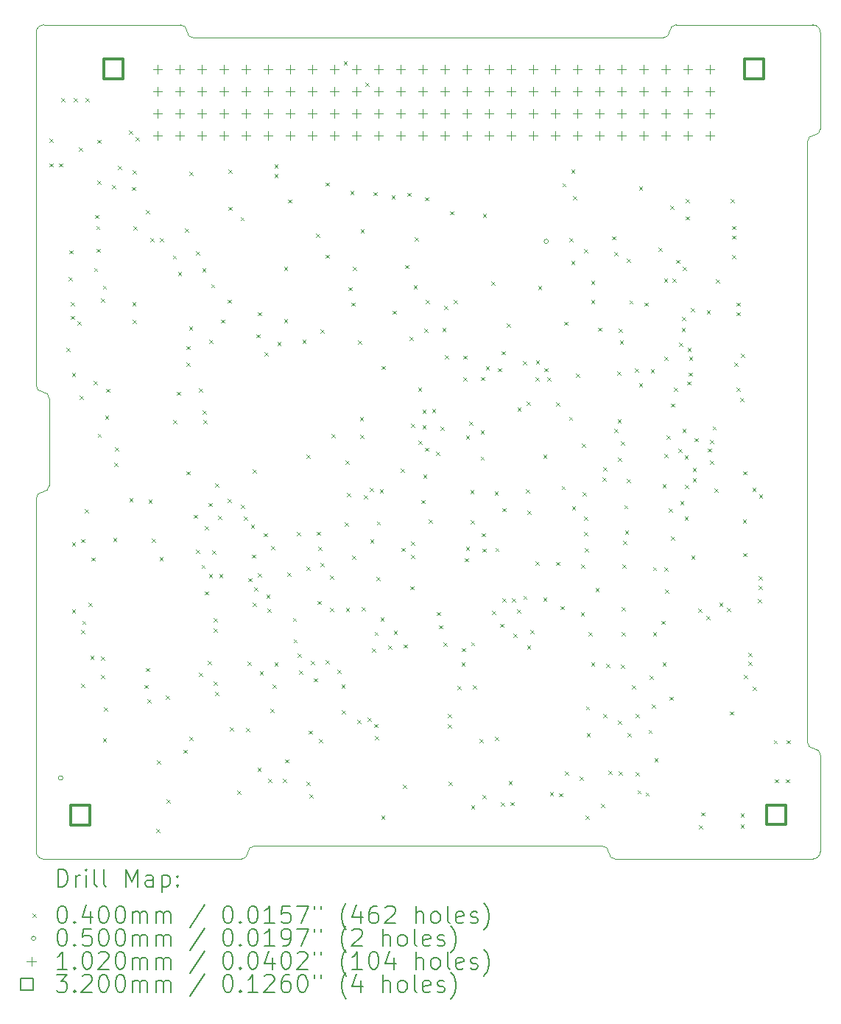
<source format=gbr>
%TF.GenerationSoftware,KiCad,Pcbnew,6.0.9*%
%TF.CreationDate,2023-07-28T14:51:29+03:00*%
%TF.ProjectId,obc-adcs-board,6f62632d-6164-4637-932d-626f6172642e,rev?*%
%TF.SameCoordinates,PX3e2df80PY83e4a60*%
%TF.FileFunction,Drillmap*%
%TF.FilePolarity,Positive*%
%FSLAX45Y45*%
G04 Gerber Fmt 4.5, Leading zero omitted, Abs format (unit mm)*
G04 Created by KiCad (PCBNEW 6.0.9) date 2023-07-28 14:51:29*
%MOMM*%
%LPD*%
G01*
G04 APERTURE LIST*
%ADD10C,0.100000*%
%ADD11C,0.200000*%
%ADD12C,0.040000*%
%ADD13C,0.050000*%
%ADD14C,0.102000*%
%ADD15C,0.320000*%
G04 APERTURE END LIST*
D10*
X160000Y4306500D02*
X160000Y5306500D01*
X6668500Y12000D02*
X8937000Y12000D01*
X85000Y4231500D02*
G75*
G03*
X10000Y4156500I0J-75000D01*
G01*
X6593500Y87000D02*
G75*
G03*
X6518500Y162000I-75000J0D01*
G01*
X7218500Y9451000D02*
G75*
G03*
X7293500Y9526000I0J75000D01*
G01*
X9027000Y1206500D02*
X9027000Y102000D01*
X85000Y4231500D02*
G75*
G03*
X160000Y4306500I0J75000D01*
G01*
X2518500Y162000D02*
G75*
G03*
X2443500Y87000I0J-75000D01*
G01*
X1818500Y9451000D02*
X7218500Y9451000D01*
X10000Y4156500D02*
X10000Y101000D01*
X7368500Y9601000D02*
G75*
G03*
X7293500Y9526000I0J-75000D01*
G01*
X100000Y9601000D02*
G75*
G03*
X10000Y9511000I0J-90000D01*
G01*
X10000Y101000D02*
G75*
G03*
X100000Y11000I90000J0D01*
G01*
X8877000Y1356500D02*
X8877000Y8256500D01*
X9027000Y1206500D02*
G75*
G03*
X8952000Y1281500I-75000J0D01*
G01*
X8952000Y8331500D02*
G75*
G03*
X8877000Y8256500I0J-75000D01*
G01*
X8877000Y1356500D02*
G75*
G03*
X8952000Y1281500I75000J0D01*
G01*
X2518500Y162000D02*
X6518500Y162000D01*
X7368500Y9601000D02*
X8937000Y9601000D01*
X8952000Y8331500D02*
G75*
G03*
X9027000Y8406500I0J75000D01*
G01*
X8937000Y12000D02*
G75*
G03*
X9027000Y102000I0J90000D01*
G01*
X160000Y5306500D02*
G75*
G03*
X85000Y5381500I-75000J0D01*
G01*
X2368500Y12000D02*
G75*
G03*
X2443500Y87000I0J75000D01*
G01*
X9027000Y9511000D02*
G75*
G03*
X8937000Y9601000I-90000J0D01*
G01*
X1743500Y9526000D02*
G75*
G03*
X1818500Y9451000I75000J0D01*
G01*
X10000Y5456500D02*
G75*
G03*
X85000Y5381500I75000J0D01*
G01*
X100000Y9601000D02*
X1668500Y9601000D01*
X9027000Y9511000D02*
X9027000Y8406500D01*
X10000Y9511000D02*
X10000Y5456500D01*
X1743500Y9526000D02*
G75*
G03*
X1668500Y9601000I-75000J0D01*
G01*
X2368500Y12000D02*
X100000Y11000D01*
X6593500Y87000D02*
G75*
G03*
X6668500Y12000I75000J0D01*
G01*
D11*
D12*
X160000Y8290000D02*
X200000Y8250000D01*
X200000Y8290000D02*
X160000Y8250000D01*
X165000Y8010000D02*
X205000Y7970000D01*
X205000Y8010000D02*
X165000Y7970000D01*
X275000Y8010000D02*
X315000Y7970000D01*
X315000Y8010000D02*
X275000Y7970000D01*
X300000Y8760000D02*
X340000Y8720000D01*
X340000Y8760000D02*
X300000Y8720000D01*
X360000Y5890000D02*
X400000Y5850000D01*
X400000Y5890000D02*
X360000Y5850000D01*
X380000Y6700000D02*
X420000Y6660000D01*
X420000Y6700000D02*
X380000Y6660000D01*
X390000Y7010000D02*
X430000Y6970000D01*
X430000Y7010000D02*
X390000Y6970000D01*
X405000Y6414000D02*
X445000Y6374000D01*
X445000Y6414000D02*
X405000Y6374000D01*
X406000Y6257000D02*
X446000Y6217000D01*
X446000Y6257000D02*
X406000Y6217000D01*
X420000Y3652000D02*
X460000Y3612000D01*
X460000Y3652000D02*
X420000Y3612000D01*
X420000Y2883000D02*
X460000Y2843000D01*
X460000Y2883000D02*
X420000Y2843000D01*
X420500Y5601500D02*
X460500Y5561500D01*
X460500Y5601500D02*
X420500Y5561500D01*
X440000Y8760000D02*
X480000Y8720000D01*
X480000Y8760000D02*
X440000Y8720000D01*
X485000Y6195000D02*
X525000Y6155000D01*
X525000Y6195000D02*
X485000Y6155000D01*
X500000Y8190000D02*
X540000Y8150000D01*
X540000Y8190000D02*
X500000Y8150000D01*
X511000Y5336000D02*
X551000Y5296000D01*
X551000Y5336000D02*
X511000Y5296000D01*
X524000Y2648000D02*
X564000Y2608000D01*
X564000Y2648000D02*
X524000Y2608000D01*
X524000Y2030000D02*
X564000Y1990000D01*
X564000Y2030000D02*
X524000Y1990000D01*
X528000Y3692000D02*
X568000Y3652000D01*
X568000Y3692000D02*
X528000Y3652000D01*
X539000Y2752000D02*
X579000Y2712000D01*
X579000Y2752000D02*
X539000Y2712000D01*
X566000Y4034000D02*
X606000Y3994000D01*
X606000Y4034000D02*
X566000Y3994000D01*
X580000Y8760000D02*
X620000Y8720000D01*
X620000Y8760000D02*
X580000Y8720000D01*
X613000Y2956000D02*
X653000Y2916000D01*
X653000Y2956000D02*
X613000Y2916000D01*
X632500Y2352000D02*
X672500Y2312000D01*
X672500Y2352000D02*
X632500Y2312000D01*
X645000Y3480000D02*
X685000Y3440000D01*
X685000Y3480000D02*
X645000Y3440000D01*
X669000Y5507000D02*
X709000Y5467000D01*
X709000Y5507000D02*
X669000Y5467000D01*
X674000Y6806000D02*
X714000Y6766000D01*
X714000Y6806000D02*
X674000Y6766000D01*
X684500Y7415500D02*
X724500Y7375500D01*
X724500Y7415500D02*
X684500Y7375500D01*
X700000Y7290000D02*
X740000Y7250000D01*
X740000Y7290000D02*
X700000Y7250000D01*
X704000Y7027000D02*
X744000Y6987000D01*
X744000Y7027000D02*
X704000Y6987000D01*
X710000Y8280000D02*
X750000Y8240000D01*
X750000Y8280000D02*
X710000Y8240000D01*
X710000Y7810000D02*
X750000Y7770000D01*
X750000Y7810000D02*
X710000Y7770000D01*
X718000Y4901000D02*
X758000Y4861000D01*
X758000Y4901000D02*
X718000Y4861000D01*
X753000Y6454000D02*
X793000Y6414000D01*
X793000Y6454000D02*
X753000Y6414000D01*
X755000Y2343000D02*
X795000Y2303000D01*
X795000Y2343000D02*
X755000Y2303000D01*
X755000Y2128000D02*
X795000Y2088000D01*
X795000Y2128000D02*
X755000Y2088000D01*
X776000Y6604000D02*
X816000Y6564000D01*
X816000Y6604000D02*
X776000Y6564000D01*
X776000Y1403000D02*
X816000Y1363000D01*
X816000Y1403000D02*
X776000Y1363000D01*
X791000Y1756000D02*
X831000Y1716000D01*
X831000Y1756000D02*
X791000Y1716000D01*
X802000Y5107000D02*
X842000Y5067000D01*
X842000Y5107000D02*
X802000Y5067000D01*
X814000Y5419000D02*
X854000Y5379000D01*
X854000Y5419000D02*
X814000Y5379000D01*
X880000Y7760000D02*
X920000Y7720000D01*
X920000Y7760000D02*
X880000Y7720000D01*
X895000Y3706000D02*
X935000Y3666000D01*
X935000Y3706000D02*
X895000Y3666000D01*
X909000Y4567000D02*
X949000Y4527000D01*
X949000Y4567000D02*
X909000Y4527000D01*
X914000Y4743000D02*
X954000Y4703000D01*
X954000Y4743000D02*
X914000Y4703000D01*
X950000Y7980000D02*
X990000Y7940000D01*
X990000Y7980000D02*
X950000Y7940000D01*
X1076109Y8388891D02*
X1116109Y8348891D01*
X1116109Y8388891D02*
X1076109Y8348891D01*
X1082000Y4159000D02*
X1122000Y4119000D01*
X1122000Y4159000D02*
X1082000Y4119000D01*
X1110000Y7737550D02*
X1150000Y7697550D01*
X1150000Y7737550D02*
X1110000Y7697550D01*
X1115000Y6415000D02*
X1155000Y6375000D01*
X1155000Y6415000D02*
X1115000Y6375000D01*
X1117000Y7926000D02*
X1157000Y7886000D01*
X1157000Y7926000D02*
X1117000Y7886000D01*
X1117000Y6213000D02*
X1157000Y6173000D01*
X1157000Y6213000D02*
X1117000Y6173000D01*
X1125000Y7285000D02*
X1165000Y7245000D01*
X1165000Y7285000D02*
X1125000Y7245000D01*
X1153891Y8311109D02*
X1193891Y8271109D01*
X1193891Y8311109D02*
X1153891Y8271109D01*
X1257000Y2014000D02*
X1297000Y1974000D01*
X1297000Y2014000D02*
X1257000Y1974000D01*
X1271050Y7472450D02*
X1311050Y7432450D01*
X1311050Y7472450D02*
X1271050Y7432450D01*
X1273000Y2210000D02*
X1313000Y2170000D01*
X1313000Y2210000D02*
X1273000Y2170000D01*
X1290000Y1850000D02*
X1330000Y1810000D01*
X1330000Y1850000D02*
X1290000Y1810000D01*
X1300500Y4144500D02*
X1340500Y4104500D01*
X1340500Y4144500D02*
X1300500Y4104500D01*
X1325000Y7150500D02*
X1365000Y7110500D01*
X1365000Y7150500D02*
X1325000Y7110500D01*
X1342000Y3695000D02*
X1382000Y3655000D01*
X1382000Y3695000D02*
X1342000Y3655000D01*
X1390000Y360000D02*
X1430000Y320000D01*
X1430000Y360000D02*
X1390000Y320000D01*
X1400000Y1150000D02*
X1440000Y1110000D01*
X1440000Y1150000D02*
X1400000Y1110000D01*
X1428000Y3485000D02*
X1468000Y3445000D01*
X1468000Y3485000D02*
X1428000Y3445000D01*
X1435000Y7150500D02*
X1475000Y7110500D01*
X1475000Y7150500D02*
X1435000Y7110500D01*
X1500000Y1893000D02*
X1540000Y1853000D01*
X1540000Y1893000D02*
X1500000Y1853000D01*
X1510000Y700000D02*
X1550000Y660000D01*
X1550000Y700000D02*
X1510000Y660000D01*
X1580000Y6950000D02*
X1620000Y6910000D01*
X1620000Y6950000D02*
X1580000Y6910000D01*
X1587000Y5060000D02*
X1627000Y5020000D01*
X1627000Y5060000D02*
X1587000Y5020000D01*
X1630000Y5385000D02*
X1670000Y5345000D01*
X1670000Y5385000D02*
X1630000Y5345000D01*
X1640000Y6760000D02*
X1680000Y6720000D01*
X1680000Y6760000D02*
X1640000Y6720000D01*
X1705000Y1270000D02*
X1745000Y1230000D01*
X1745000Y1270000D02*
X1705000Y1230000D01*
X1720000Y7260000D02*
X1760000Y7220000D01*
X1760000Y7260000D02*
X1720000Y7220000D01*
X1740000Y5910000D02*
X1780000Y5870000D01*
X1780000Y5910000D02*
X1740000Y5870000D01*
X1740000Y5720000D02*
X1780000Y5680000D01*
X1780000Y5720000D02*
X1740000Y5680000D01*
X1740115Y4471115D02*
X1780115Y4431115D01*
X1780115Y4471115D02*
X1740115Y4431115D01*
X1767000Y6134000D02*
X1807000Y6094000D01*
X1807000Y6134000D02*
X1767000Y6094000D01*
X1770000Y7910000D02*
X1810000Y7870000D01*
X1810000Y7910000D02*
X1770000Y7870000D01*
X1770000Y1415000D02*
X1810000Y1375000D01*
X1810000Y1415000D02*
X1770000Y1375000D01*
X1820000Y3970000D02*
X1860000Y3930000D01*
X1860000Y3970000D02*
X1820000Y3930000D01*
X1847550Y7000000D02*
X1887550Y6960000D01*
X1887550Y7000000D02*
X1847550Y6960000D01*
X1850000Y3570000D02*
X1890000Y3530000D01*
X1890000Y3570000D02*
X1850000Y3530000D01*
X1880000Y5420000D02*
X1920000Y5380000D01*
X1920000Y5420000D02*
X1880000Y5380000D01*
X1880000Y2152000D02*
X1920000Y2112000D01*
X1920000Y2152000D02*
X1880000Y2112000D01*
X1910000Y3395000D02*
X1950000Y3355000D01*
X1950000Y3395000D02*
X1910000Y3355000D01*
X1920000Y6800000D02*
X1960000Y6760000D01*
X1960000Y6800000D02*
X1920000Y6760000D01*
X1925000Y5170000D02*
X1965000Y5130000D01*
X1965000Y5170000D02*
X1925000Y5130000D01*
X1930000Y5060000D02*
X1970000Y5020000D01*
X1970000Y5060000D02*
X1930000Y5020000D01*
X1950000Y3840000D02*
X1990000Y3800000D01*
X1990000Y3840000D02*
X1950000Y3800000D01*
X1950000Y3090000D02*
X1990000Y3050000D01*
X1990000Y3090000D02*
X1950000Y3050000D01*
X1980000Y2290000D02*
X2020000Y2250000D01*
X2020000Y2290000D02*
X1980000Y2250000D01*
X1990000Y4105000D02*
X2030000Y4065000D01*
X2030000Y4105000D02*
X1990000Y4065000D01*
X1995000Y3290000D02*
X2035000Y3250000D01*
X2035000Y3290000D02*
X1995000Y3250000D01*
X1999950Y5980000D02*
X2039950Y5940000D01*
X2039950Y5980000D02*
X1999950Y5940000D01*
X2020000Y6620000D02*
X2060000Y6580000D01*
X2060000Y6620000D02*
X2020000Y6580000D01*
X2035000Y3563000D02*
X2075000Y3523000D01*
X2075000Y3563000D02*
X2035000Y3523000D01*
X2050000Y2780000D02*
X2090000Y2740000D01*
X2090000Y2780000D02*
X2050000Y2740000D01*
X2050000Y2660000D02*
X2090000Y2620000D01*
X2090000Y2660000D02*
X2050000Y2620000D01*
X2050000Y2050000D02*
X2090000Y2010000D01*
X2090000Y2050000D02*
X2050000Y2010000D01*
X2068000Y4330000D02*
X2108000Y4290000D01*
X2108000Y4330000D02*
X2068000Y4290000D01*
X2068000Y1937000D02*
X2108000Y1897000D01*
X2108000Y1937000D02*
X2068000Y1897000D01*
X2100000Y3955000D02*
X2140000Y3915000D01*
X2140000Y3955000D02*
X2100000Y3915000D01*
X2115000Y3290000D02*
X2155000Y3250000D01*
X2155000Y3290000D02*
X2115000Y3250000D01*
X2133770Y6213770D02*
X2173770Y6173770D01*
X2173770Y6213770D02*
X2133770Y6173770D01*
X2210000Y6442500D02*
X2250000Y6402500D01*
X2250000Y6442500D02*
X2210000Y6402500D01*
X2210000Y4150000D02*
X2250000Y4110000D01*
X2250000Y4150000D02*
X2210000Y4110000D01*
X2220000Y7940000D02*
X2260000Y7900000D01*
X2260000Y7940000D02*
X2220000Y7900000D01*
X2220000Y7510000D02*
X2260000Y7470000D01*
X2260000Y7510000D02*
X2220000Y7470000D01*
X2235000Y1525000D02*
X2275000Y1485000D01*
X2275000Y1525000D02*
X2235000Y1485000D01*
X2323000Y802000D02*
X2363000Y762000D01*
X2363000Y802000D02*
X2323000Y762000D01*
X2360000Y7390000D02*
X2400000Y7350000D01*
X2400000Y7390000D02*
X2360000Y7350000D01*
X2366000Y4084000D02*
X2406000Y4044000D01*
X2406000Y4084000D02*
X2366000Y4044000D01*
X2400000Y3947550D02*
X2440000Y3907550D01*
X2440000Y3947550D02*
X2400000Y3907550D01*
X2420000Y1520000D02*
X2460000Y1480000D01*
X2460000Y1520000D02*
X2420000Y1480000D01*
X2440000Y2280000D02*
X2480000Y2240000D01*
X2480000Y2280000D02*
X2440000Y2240000D01*
X2450000Y3242450D02*
X2490000Y3202450D01*
X2490000Y3242450D02*
X2450000Y3202450D01*
X2477010Y3857543D02*
X2517010Y3817543D01*
X2517010Y3857543D02*
X2477010Y3817543D01*
X2488000Y3513000D02*
X2528000Y3473000D01*
X2528000Y3513000D02*
X2488000Y3473000D01*
X2498770Y4488770D02*
X2538770Y4448770D01*
X2538770Y4488770D02*
X2498770Y4448770D01*
X2500000Y2960000D02*
X2540000Y2920000D01*
X2540000Y2960000D02*
X2500000Y2920000D01*
X2515904Y3134904D02*
X2555904Y3094904D01*
X2555904Y3134904D02*
X2515904Y3094904D01*
X2543000Y6044000D02*
X2583000Y6004000D01*
X2583000Y6044000D02*
X2543000Y6004000D01*
X2555000Y1060000D02*
X2595000Y1020000D01*
X2595000Y1060000D02*
X2555000Y1020000D01*
X2560000Y6300000D02*
X2600000Y6260000D01*
X2600000Y6300000D02*
X2560000Y6260000D01*
X2560000Y3300000D02*
X2600000Y3260000D01*
X2600000Y3300000D02*
X2560000Y3260000D01*
X2580000Y2170000D02*
X2620000Y2130000D01*
X2620000Y2170000D02*
X2580000Y2130000D01*
X2625000Y3760000D02*
X2665000Y3720000D01*
X2665000Y3760000D02*
X2625000Y3720000D01*
X2633000Y5835000D02*
X2673000Y5795000D01*
X2673000Y5835000D02*
X2633000Y5795000D01*
X2657000Y3052000D02*
X2697000Y3012000D01*
X2697000Y3052000D02*
X2657000Y3012000D01*
X2670000Y2890000D02*
X2710000Y2850000D01*
X2710000Y2890000D02*
X2670000Y2850000D01*
X2679500Y933500D02*
X2719500Y893500D01*
X2719500Y933500D02*
X2679500Y893500D01*
X2700000Y1740000D02*
X2740000Y1700000D01*
X2740000Y1740000D02*
X2700000Y1700000D01*
X2708000Y3611000D02*
X2748000Y3571000D01*
X2748000Y3611000D02*
X2708000Y3571000D01*
X2730000Y2020000D02*
X2770000Y1980000D01*
X2770000Y2020000D02*
X2730000Y1980000D01*
X2750000Y7995050D02*
X2790000Y7955050D01*
X2790000Y7995050D02*
X2750000Y7955050D01*
X2750000Y7885050D02*
X2790000Y7845050D01*
X2790000Y7885050D02*
X2750000Y7845050D01*
X2750000Y2270000D02*
X2790000Y2230000D01*
X2790000Y2270000D02*
X2750000Y2230000D01*
X2784000Y5958000D02*
X2824000Y5918000D01*
X2824000Y5958000D02*
X2784000Y5918000D01*
X2848000Y933000D02*
X2888000Y893000D01*
X2888000Y933000D02*
X2848000Y893000D01*
X2860000Y6820000D02*
X2900000Y6780000D01*
X2900000Y6820000D02*
X2860000Y6780000D01*
X2860000Y6220000D02*
X2900000Y6180000D01*
X2900000Y6220000D02*
X2860000Y6180000D01*
X2870000Y1160000D02*
X2910000Y1120000D01*
X2910000Y1160000D02*
X2870000Y1120000D01*
X2896000Y3307000D02*
X2936000Y3267000D01*
X2936000Y3307000D02*
X2896000Y3267000D01*
X2905500Y7594500D02*
X2945500Y7554500D01*
X2945500Y7594500D02*
X2905500Y7554500D01*
X2960000Y2785000D02*
X3000000Y2745000D01*
X3000000Y2785000D02*
X2960000Y2745000D01*
X2970000Y2540000D02*
X3010000Y2500000D01*
X3010000Y2540000D02*
X2970000Y2500000D01*
X3005000Y3770000D02*
X3045000Y3730000D01*
X3045000Y3770000D02*
X3005000Y3730000D01*
X3015000Y2375000D02*
X3055000Y2335000D01*
X3055000Y2375000D02*
X3015000Y2335000D01*
X3030000Y2180000D02*
X3070000Y2140000D01*
X3070000Y2180000D02*
X3030000Y2140000D01*
X3070000Y5980000D02*
X3110000Y5940000D01*
X3110000Y5980000D02*
X3070000Y5940000D01*
X3117550Y3375000D02*
X3157550Y3335000D01*
X3157550Y3375000D02*
X3117550Y3335000D01*
X3120000Y4660000D02*
X3160000Y4620000D01*
X3160000Y4660000D02*
X3120000Y4620000D01*
X3120000Y900000D02*
X3160000Y860000D01*
X3160000Y900000D02*
X3120000Y860000D01*
X3140000Y1490000D02*
X3180000Y1450000D01*
X3180000Y1490000D02*
X3140000Y1450000D01*
X3150000Y760000D02*
X3190000Y720000D01*
X3190000Y760000D02*
X3150000Y720000D01*
X3170000Y2290000D02*
X3210000Y2250000D01*
X3210000Y2290000D02*
X3170000Y2250000D01*
X3200000Y2090000D02*
X3240000Y2050000D01*
X3240000Y2090000D02*
X3200000Y2050000D01*
X3230000Y7200000D02*
X3270000Y7160000D01*
X3270000Y7200000D02*
X3230000Y7160000D01*
X3235000Y3775000D02*
X3275000Y3735000D01*
X3275000Y3775000D02*
X3235000Y3735000D01*
X3243000Y2981000D02*
X3283000Y2941000D01*
X3283000Y2981000D02*
X3243000Y2941000D01*
X3250000Y3600000D02*
X3290000Y3560000D01*
X3290000Y3600000D02*
X3250000Y3560000D01*
X3260000Y1390000D02*
X3300000Y1350000D01*
X3300000Y1390000D02*
X3260000Y1350000D01*
X3277000Y6097000D02*
X3317000Y6057000D01*
X3317000Y6097000D02*
X3277000Y6057000D01*
X3280967Y3414033D02*
X3320967Y3374033D01*
X3320967Y3414033D02*
X3280967Y3374033D01*
X3335000Y7790000D02*
X3375000Y7750000D01*
X3375000Y7790000D02*
X3335000Y7750000D01*
X3335000Y6960000D02*
X3375000Y6920000D01*
X3375000Y6960000D02*
X3335000Y6920000D01*
X3340000Y2300000D02*
X3380000Y2260000D01*
X3380000Y2300000D02*
X3340000Y2260000D01*
X3390000Y3270000D02*
X3430000Y3230000D01*
X3430000Y3270000D02*
X3390000Y3230000D01*
X3390000Y2900000D02*
X3430000Y2860000D01*
X3430000Y2900000D02*
X3390000Y2860000D01*
X3405000Y4900000D02*
X3445000Y4860000D01*
X3445000Y4900000D02*
X3405000Y4860000D01*
X3470000Y2190000D02*
X3510000Y2150000D01*
X3510000Y2190000D02*
X3470000Y2150000D01*
X3520000Y2020000D02*
X3560000Y1980000D01*
X3560000Y2020000D02*
X3520000Y1980000D01*
X3525000Y1725000D02*
X3565000Y1685000D01*
X3565000Y1725000D02*
X3525000Y1685000D01*
X3545000Y9180000D02*
X3585000Y9140000D01*
X3585000Y9180000D02*
X3545000Y9140000D01*
X3560000Y3880000D02*
X3600000Y3840000D01*
X3600000Y3880000D02*
X3560000Y3840000D01*
X3565000Y4595000D02*
X3605000Y4555000D01*
X3605000Y4595000D02*
X3565000Y4555000D01*
X3570000Y2900000D02*
X3610000Y2860000D01*
X3610000Y2900000D02*
X3570000Y2860000D01*
X3580000Y4220000D02*
X3620000Y4180000D01*
X3620000Y4220000D02*
X3580000Y4180000D01*
X3600000Y6587000D02*
X3640000Y6547000D01*
X3640000Y6587000D02*
X3600000Y6547000D01*
X3620000Y7690000D02*
X3660000Y7650000D01*
X3660000Y7690000D02*
X3620000Y7650000D01*
X3633000Y6410000D02*
X3673000Y6370000D01*
X3673000Y6410000D02*
X3633000Y6370000D01*
X3640000Y3500000D02*
X3680000Y3460000D01*
X3680000Y3500000D02*
X3640000Y3460000D01*
X3648000Y6819000D02*
X3688000Y6779000D01*
X3688000Y6819000D02*
X3648000Y6779000D01*
X3700000Y1610000D02*
X3740000Y1570000D01*
X3740000Y1610000D02*
X3700000Y1570000D01*
X3710000Y5970000D02*
X3750000Y5930000D01*
X3750000Y5970000D02*
X3710000Y5930000D01*
X3730000Y5095000D02*
X3770000Y5055000D01*
X3770000Y5095000D02*
X3730000Y5055000D01*
X3735000Y4890000D02*
X3775000Y4850000D01*
X3775000Y4890000D02*
X3735000Y4850000D01*
X3740001Y7250000D02*
X3780001Y7210000D01*
X3780001Y7250000D02*
X3740001Y7210000D01*
X3750000Y2910000D02*
X3790000Y2870000D01*
X3790000Y2910000D02*
X3750000Y2870000D01*
X3775000Y4192450D02*
X3815000Y4152450D01*
X3815000Y4192450D02*
X3775000Y4152450D01*
X3794000Y8938000D02*
X3834000Y8898000D01*
X3834000Y8938000D02*
X3794000Y8898000D01*
X3820000Y1635000D02*
X3860000Y1595000D01*
X3860000Y1635000D02*
X3820000Y1595000D01*
X3847450Y4280000D02*
X3887450Y4240000D01*
X3887450Y4280000D02*
X3847450Y4240000D01*
X3850000Y3690000D02*
X3890000Y3650000D01*
X3890000Y3690000D02*
X3850000Y3650000D01*
X3870000Y2435000D02*
X3910000Y2395000D01*
X3910000Y2435000D02*
X3870000Y2395000D01*
X3890000Y7680000D02*
X3930000Y7640000D01*
X3930000Y7680000D02*
X3890000Y7640000D01*
X3895000Y1565000D02*
X3935000Y1525000D01*
X3935000Y1565000D02*
X3895000Y1525000D01*
X3900000Y2625000D02*
X3940000Y2585000D01*
X3940000Y2625000D02*
X3900000Y2585000D01*
X3905000Y1425000D02*
X3945000Y1385000D01*
X3945000Y1425000D02*
X3905000Y1385000D01*
X3922000Y3258000D02*
X3962000Y3218000D01*
X3962000Y3258000D02*
X3922000Y3218000D01*
X3925000Y3895000D02*
X3965000Y3855000D01*
X3965000Y3895000D02*
X3925000Y3855000D01*
X3960000Y4264900D02*
X4000000Y4224900D01*
X4000000Y4264900D02*
X3960000Y4224900D01*
X3968788Y2786905D02*
X4008788Y2746905D01*
X4008788Y2786905D02*
X3968788Y2746905D01*
X3977000Y510000D02*
X4017000Y470000D01*
X4017000Y510000D02*
X3977000Y470000D01*
X3982000Y5680000D02*
X4022000Y5640000D01*
X4022000Y5680000D02*
X3982000Y5640000D01*
X4055000Y2470000D02*
X4095000Y2430000D01*
X4095000Y2470000D02*
X4055000Y2430000D01*
X4096000Y7641000D02*
X4136000Y7601000D01*
X4136000Y7641000D02*
X4096000Y7601000D01*
X4110000Y6315000D02*
X4150000Y6275000D01*
X4150000Y6315000D02*
X4110000Y6275000D01*
X4120000Y2635000D02*
X4160000Y2595000D01*
X4160000Y2635000D02*
X4120000Y2595000D01*
X4200000Y4500000D02*
X4240000Y4460000D01*
X4240000Y4500000D02*
X4200000Y4460000D01*
X4210000Y3590000D02*
X4250000Y3550000D01*
X4250000Y3590000D02*
X4210000Y3550000D01*
X4225000Y866000D02*
X4265000Y826000D01*
X4265000Y866000D02*
X4225000Y826000D01*
X4235000Y2480000D02*
X4275000Y2440000D01*
X4275000Y2480000D02*
X4235000Y2440000D01*
X4251000Y6841531D02*
X4291000Y6801531D01*
X4291000Y6841531D02*
X4251000Y6801531D01*
X4280000Y7670000D02*
X4320000Y7630000D01*
X4320000Y7670000D02*
X4280000Y7630000D01*
X4305000Y6012500D02*
X4345000Y5972500D01*
X4345000Y6012500D02*
X4305000Y5972500D01*
X4310000Y3150000D02*
X4350000Y3110000D01*
X4350000Y3150000D02*
X4310000Y3110000D01*
X4316624Y3509854D02*
X4356624Y3469854D01*
X4356624Y3509854D02*
X4316624Y3469854D01*
X4317381Y3660408D02*
X4357381Y3620408D01*
X4357381Y3660408D02*
X4317381Y3620408D01*
X4321177Y5013936D02*
X4361177Y4973936D01*
X4361177Y5013936D02*
X4321177Y4973936D01*
X4350000Y6610000D02*
X4390000Y6570000D01*
X4390000Y6610000D02*
X4350000Y6570000D01*
X4360000Y7160000D02*
X4400000Y7120000D01*
X4400000Y7160000D02*
X4360000Y7120000D01*
X4400000Y5430000D02*
X4440000Y5390000D01*
X4440000Y5430000D02*
X4400000Y5390000D01*
X4403000Y4820000D02*
X4443000Y4780000D01*
X4443000Y4820000D02*
X4403000Y4780000D01*
X4440000Y4140000D02*
X4480000Y4100000D01*
X4480000Y4140000D02*
X4440000Y4100000D01*
X4451000Y5176000D02*
X4491000Y5136000D01*
X4491000Y5176000D02*
X4451000Y5136000D01*
X4451000Y5000000D02*
X4491000Y4960000D01*
X4491000Y5000000D02*
X4451000Y4960000D01*
X4460000Y4432550D02*
X4500000Y4392550D01*
X4500000Y4432550D02*
X4460000Y4392550D01*
X4470000Y6110000D02*
X4510000Y6070000D01*
X4510000Y6110000D02*
X4470000Y6070000D01*
X4480000Y7620000D02*
X4520000Y7580000D01*
X4520000Y7620000D02*
X4480000Y7580000D01*
X4480000Y4740000D02*
X4520000Y4700000D01*
X4520000Y4740000D02*
X4480000Y4700000D01*
X4490000Y6440000D02*
X4530000Y6400000D01*
X4530000Y6440000D02*
X4490000Y6400000D01*
X4524950Y3912550D02*
X4564950Y3872550D01*
X4564950Y3912550D02*
X4524950Y3872550D01*
X4560331Y5187210D02*
X4600331Y5147210D01*
X4600331Y5187210D02*
X4560331Y5147210D01*
X4608000Y4695450D02*
X4648000Y4655450D01*
X4648000Y4695450D02*
X4608000Y4655450D01*
X4615000Y2852450D02*
X4655000Y2812450D01*
X4655000Y2852450D02*
X4615000Y2812450D01*
X4640000Y2700000D02*
X4680000Y2660000D01*
X4680000Y2700000D02*
X4640000Y2660000D01*
X4660000Y4979950D02*
X4700000Y4939950D01*
X4700000Y4979950D02*
X4660000Y4939950D01*
X4680443Y6115571D02*
X4720443Y6075571D01*
X4720443Y6115571D02*
X4680443Y6075571D01*
X4690000Y2500000D02*
X4730000Y2460000D01*
X4730000Y2500000D02*
X4690000Y2460000D01*
X4700000Y6370000D02*
X4740000Y6330000D01*
X4740000Y6370000D02*
X4700000Y6330000D01*
X4709862Y5802550D02*
X4749862Y5762550D01*
X4749862Y5802550D02*
X4709862Y5762550D01*
X4740000Y1680000D02*
X4780000Y1640000D01*
X4780000Y1680000D02*
X4740000Y1640000D01*
X4740000Y1560000D02*
X4780000Y1520000D01*
X4780000Y1560000D02*
X4740000Y1520000D01*
X4749000Y904000D02*
X4789000Y864000D01*
X4789000Y904000D02*
X4749000Y864000D01*
X4770000Y7460000D02*
X4810000Y7420000D01*
X4810000Y7460000D02*
X4770000Y7420000D01*
X4810000Y6440000D02*
X4850000Y6400000D01*
X4850000Y6440000D02*
X4810000Y6400000D01*
X4850000Y2002694D02*
X4890000Y1962694D01*
X4890000Y2002694D02*
X4850000Y1962694D01*
X4900000Y2270000D02*
X4940000Y2230000D01*
X4940000Y2270000D02*
X4900000Y2230000D01*
X4905000Y2437450D02*
X4945000Y2397450D01*
X4945000Y2437450D02*
X4905000Y2397450D01*
X4920000Y5800000D02*
X4960000Y5760000D01*
X4960000Y5800000D02*
X4920000Y5760000D01*
X4922550Y5547000D02*
X4962550Y5507000D01*
X4962550Y5547000D02*
X4922550Y5507000D01*
X4940000Y3470000D02*
X4980000Y3430000D01*
X4980000Y3470000D02*
X4940000Y3430000D01*
X4950000Y4880000D02*
X4990000Y4840000D01*
X4990000Y4880000D02*
X4950000Y4840000D01*
X4950000Y3600000D02*
X4990000Y3560000D01*
X4990000Y3600000D02*
X4950000Y3560000D01*
X4989000Y5044050D02*
X5029000Y5004050D01*
X5029000Y5044050D02*
X4989000Y5004050D01*
X5000000Y4255000D02*
X5040000Y4215000D01*
X5040000Y4255000D02*
X5000000Y4215000D01*
X5005499Y3905501D02*
X5045499Y3865501D01*
X5045499Y3905501D02*
X5005499Y3865501D01*
X5009000Y630000D02*
X5049000Y590000D01*
X5049000Y630000D02*
X5009000Y590000D01*
X5010000Y2505000D02*
X5050000Y2465000D01*
X5050000Y2505000D02*
X5010000Y2465000D01*
X5030000Y2010000D02*
X5070000Y1970000D01*
X5070000Y2010000D02*
X5030000Y1970000D01*
X5105000Y1390000D02*
X5145000Y1350000D01*
X5145000Y1390000D02*
X5105000Y1350000D01*
X5119000Y4939999D02*
X5159000Y4899999D01*
X5159000Y4939999D02*
X5119000Y4899999D01*
X5120000Y4640000D02*
X5160000Y4600000D01*
X5160000Y4640000D02*
X5120000Y4600000D01*
X5125000Y5555000D02*
X5165000Y5515000D01*
X5165000Y5555000D02*
X5125000Y5515000D01*
X5130000Y3760000D02*
X5170000Y3720000D01*
X5170000Y3760000D02*
X5130000Y3720000D01*
X5140000Y3580000D02*
X5180000Y3540000D01*
X5180000Y3580000D02*
X5140000Y3540000D01*
X5141000Y748000D02*
X5181000Y708000D01*
X5181000Y748000D02*
X5141000Y708000D01*
X5145000Y7430000D02*
X5185000Y7390000D01*
X5185000Y7430000D02*
X5145000Y7390000D01*
X5180000Y5675000D02*
X5220000Y5635000D01*
X5220000Y5675000D02*
X5180000Y5635000D01*
X5240000Y6650000D02*
X5280000Y6610000D01*
X5280000Y6650000D02*
X5240000Y6610000D01*
X5252027Y2866977D02*
X5292027Y2826977D01*
X5292027Y2866977D02*
X5252027Y2826977D01*
X5280000Y4240000D02*
X5320000Y4200000D01*
X5320000Y4240000D02*
X5280000Y4200000D01*
X5284000Y1418000D02*
X5324000Y1378000D01*
X5324000Y1418000D02*
X5284000Y1378000D01*
X5290000Y3590000D02*
X5330000Y3550000D01*
X5330000Y3590000D02*
X5290000Y3550000D01*
X5320000Y5655000D02*
X5360000Y5615000D01*
X5360000Y5655000D02*
X5320000Y5615000D01*
X5345000Y2717550D02*
X5385000Y2677550D01*
X5385000Y2717550D02*
X5345000Y2677550D01*
X5354000Y667000D02*
X5394000Y627000D01*
X5394000Y667000D02*
X5354000Y627000D01*
X5360000Y5850000D02*
X5400000Y5810000D01*
X5400000Y5850000D02*
X5360000Y5810000D01*
X5370000Y4047550D02*
X5410000Y4007550D01*
X5410000Y4047550D02*
X5370000Y4007550D01*
X5370000Y3010000D02*
X5410000Y2970000D01*
X5410000Y3010000D02*
X5370000Y2970000D01*
X5420000Y6170000D02*
X5460000Y6130000D01*
X5460000Y6170000D02*
X5420000Y6130000D01*
X5442000Y907000D02*
X5482000Y867000D01*
X5482000Y907000D02*
X5442000Y867000D01*
X5463000Y669000D02*
X5503000Y629000D01*
X5503000Y669000D02*
X5463000Y629000D01*
X5480000Y3010000D02*
X5520000Y2970000D01*
X5520000Y3010000D02*
X5480000Y2970000D01*
X5495000Y2605000D02*
X5535000Y2565000D01*
X5535000Y2605000D02*
X5495000Y2565000D01*
X5540000Y2880000D02*
X5580000Y2840000D01*
X5580000Y2880000D02*
X5540000Y2840000D01*
X5542000Y5202000D02*
X5582000Y5162000D01*
X5582000Y5202000D02*
X5542000Y5162000D01*
X5605000Y5735000D02*
X5645000Y5695000D01*
X5645000Y5735000D02*
X5605000Y5695000D01*
X5610000Y3040000D02*
X5650000Y3000000D01*
X5650000Y3040000D02*
X5610000Y3000000D01*
X5640000Y4265000D02*
X5680000Y4225000D01*
X5680000Y4265000D02*
X5640000Y4225000D01*
X5647000Y5270100D02*
X5687000Y5230100D01*
X5687000Y5270100D02*
X5647000Y5230100D01*
X5654000Y2466000D02*
X5694000Y2426000D01*
X5694000Y2466000D02*
X5654000Y2426000D01*
X5660000Y4020000D02*
X5700000Y3980000D01*
X5700000Y4020000D02*
X5660000Y3980000D01*
X5690000Y2645000D02*
X5730000Y2605000D01*
X5730000Y2645000D02*
X5690000Y2605000D01*
X5750000Y5550000D02*
X5790000Y5510000D01*
X5790000Y5550000D02*
X5750000Y5510000D01*
X5750000Y3430000D02*
X5790000Y3390000D01*
X5790000Y3430000D02*
X5750000Y3390000D01*
X5755000Y5745000D02*
X5795000Y5705000D01*
X5795000Y5745000D02*
X5755000Y5705000D01*
X5780000Y6600000D02*
X5820000Y6560000D01*
X5820000Y6600000D02*
X5780000Y6560000D01*
X5840000Y4660000D02*
X5880000Y4620000D01*
X5880000Y4660000D02*
X5840000Y4620000D01*
X5840000Y3020000D02*
X5880000Y2980000D01*
X5880000Y3020000D02*
X5840000Y2980000D01*
X5850000Y5655000D02*
X5890000Y5615000D01*
X5890000Y5655000D02*
X5850000Y5615000D01*
X5885000Y5550000D02*
X5925000Y5510000D01*
X5925000Y5550000D02*
X5885000Y5510000D01*
X5916000Y784000D02*
X5956000Y744000D01*
X5956000Y784000D02*
X5916000Y744000D01*
X5988730Y3428730D02*
X6028730Y3388730D01*
X6028730Y3428730D02*
X5988730Y3388730D01*
X5990000Y5260000D02*
X6030000Y5220000D01*
X6030000Y5260000D02*
X5990000Y5220000D01*
X6021000Y771000D02*
X6061000Y731000D01*
X6061000Y771000D02*
X6021000Y731000D01*
X6039806Y2920194D02*
X6079806Y2880194D01*
X6079806Y2920194D02*
X6039806Y2880194D01*
X6050000Y4300000D02*
X6090000Y4260000D01*
X6090000Y4300000D02*
X6050000Y4260000D01*
X6060000Y7780000D02*
X6100000Y7740000D01*
X6100000Y7780000D02*
X6060000Y7740000D01*
X6080000Y6190000D02*
X6120000Y6150000D01*
X6120000Y6190000D02*
X6080000Y6150000D01*
X6090000Y1020000D02*
X6130000Y980000D01*
X6130000Y1020000D02*
X6090000Y980000D01*
X6135000Y5097000D02*
X6175000Y5057000D01*
X6175000Y5097000D02*
X6135000Y5057000D01*
X6140000Y7150000D02*
X6180000Y7110000D01*
X6180000Y7150000D02*
X6140000Y7110000D01*
X6160000Y7935000D02*
X6200000Y7895000D01*
X6200000Y7935000D02*
X6160000Y7895000D01*
X6160000Y6889950D02*
X6200000Y6849950D01*
X6200000Y6889950D02*
X6160000Y6849950D01*
X6170000Y4070000D02*
X6210000Y4030000D01*
X6210000Y4070000D02*
X6170000Y4030000D01*
X6185000Y7635000D02*
X6225000Y7595000D01*
X6225000Y7635000D02*
X6185000Y7595000D01*
X6218770Y5591230D02*
X6258770Y5551230D01*
X6258770Y5591230D02*
X6218770Y5551230D01*
X6260000Y960000D02*
X6300000Y920000D01*
X6300000Y960000D02*
X6260000Y920000D01*
X6270000Y2850000D02*
X6310000Y2810000D01*
X6310000Y2850000D02*
X6270000Y2810000D01*
X6275000Y3400000D02*
X6315000Y3360000D01*
X6315000Y3400000D02*
X6275000Y3360000D01*
X6285000Y4787550D02*
X6325000Y4747550D01*
X6325000Y4787550D02*
X6285000Y4747550D01*
X6290000Y4230000D02*
X6330000Y4190000D01*
X6330000Y4230000D02*
X6290000Y4190000D01*
X6310000Y7020000D02*
X6350000Y6980000D01*
X6350000Y7020000D02*
X6310000Y6980000D01*
X6310000Y3950000D02*
X6350000Y3910000D01*
X6350000Y3950000D02*
X6310000Y3910000D01*
X6310000Y3770000D02*
X6350000Y3730000D01*
X6350000Y3770000D02*
X6310000Y3730000D01*
X6315000Y3585000D02*
X6355000Y3545000D01*
X6355000Y3585000D02*
X6315000Y3545000D01*
X6325000Y510000D02*
X6365000Y470000D01*
X6365000Y510000D02*
X6325000Y470000D01*
X6330000Y1770000D02*
X6370000Y1730000D01*
X6370000Y1770000D02*
X6330000Y1730000D01*
X6340000Y1460000D02*
X6380000Y1420000D01*
X6380000Y1460000D02*
X6340000Y1420000D01*
X6360000Y2620000D02*
X6400000Y2580000D01*
X6400000Y2620000D02*
X6360000Y2580000D01*
X6390000Y6660000D02*
X6430000Y6620000D01*
X6430000Y6660000D02*
X6390000Y6620000D01*
X6390000Y6440000D02*
X6430000Y6400000D01*
X6430000Y6440000D02*
X6390000Y6400000D01*
X6390000Y2270000D02*
X6430000Y2230000D01*
X6430000Y2270000D02*
X6390000Y2230000D01*
X6440000Y3130000D02*
X6480000Y3090000D01*
X6480000Y3130000D02*
X6440000Y3090000D01*
X6470000Y6120000D02*
X6510000Y6080000D01*
X6510000Y6120000D02*
X6470000Y6080000D01*
X6505000Y650000D02*
X6545000Y610000D01*
X6545000Y650000D02*
X6505000Y610000D01*
X6520000Y4400000D02*
X6560000Y4360000D01*
X6560000Y4400000D02*
X6520000Y4360000D01*
X6530000Y4515000D02*
X6570000Y4475000D01*
X6570000Y4515000D02*
X6530000Y4475000D01*
X6530000Y1680000D02*
X6570000Y1640000D01*
X6570000Y1680000D02*
X6530000Y1640000D01*
X6563160Y2255620D02*
X6603160Y2215620D01*
X6603160Y2255620D02*
X6563160Y2215620D01*
X6590000Y1030000D02*
X6630000Y990000D01*
X6630000Y1030000D02*
X6590000Y990000D01*
X6630000Y7170000D02*
X6670000Y7130000D01*
X6670000Y7170000D02*
X6630000Y7130000D01*
X6655000Y4955000D02*
X6695000Y4915000D01*
X6695000Y4955000D02*
X6655000Y4915000D01*
X6659000Y6989000D02*
X6699000Y6949000D01*
X6699000Y6989000D02*
X6659000Y6949000D01*
X6690000Y5620000D02*
X6730000Y5580000D01*
X6730000Y5620000D02*
X6690000Y5580000D01*
X6695000Y5065000D02*
X6735000Y5025000D01*
X6735000Y5065000D02*
X6695000Y5025000D01*
X6700000Y4625000D02*
X6740000Y4585000D01*
X6740000Y4625000D02*
X6700000Y4585000D01*
X6700000Y1605000D02*
X6740000Y1565000D01*
X6740000Y1605000D02*
X6700000Y1565000D01*
X6710000Y6110000D02*
X6750000Y6070000D01*
X6750000Y6110000D02*
X6710000Y6070000D01*
X6710000Y1020000D02*
X6750000Y980000D01*
X6750000Y1020000D02*
X6710000Y980000D01*
X6720000Y5970000D02*
X6760000Y5930000D01*
X6760000Y5970000D02*
X6720000Y5930000D01*
X6730000Y2250000D02*
X6770000Y2210000D01*
X6770000Y2250000D02*
X6730000Y2210000D01*
X6735000Y4810000D02*
X6775000Y4770000D01*
X6775000Y4810000D02*
X6735000Y4770000D01*
X6740000Y2910000D02*
X6780000Y2870000D01*
X6780000Y2910000D02*
X6740000Y2870000D01*
X6740000Y2620000D02*
X6780000Y2580000D01*
X6780000Y2620000D02*
X6740000Y2580000D01*
X6748770Y3398770D02*
X6788770Y3358770D01*
X6788770Y3398770D02*
X6748770Y3358770D01*
X6760000Y3670000D02*
X6800000Y3630000D01*
X6800000Y3670000D02*
X6760000Y3630000D01*
X6770000Y4080000D02*
X6810000Y4040000D01*
X6810000Y4080000D02*
X6770000Y4040000D01*
X6780000Y3790000D02*
X6820000Y3750000D01*
X6820000Y3790000D02*
X6780000Y3750000D01*
X6800000Y6914000D02*
X6840000Y6874000D01*
X6840000Y6914000D02*
X6800000Y6874000D01*
X6800000Y4380000D02*
X6840000Y4340000D01*
X6840000Y4380000D02*
X6800000Y4340000D01*
X6810000Y1460000D02*
X6850000Y1420000D01*
X6850000Y1460000D02*
X6810000Y1420000D01*
X6829693Y6433604D02*
X6869693Y6393604D01*
X6869693Y6433604D02*
X6829693Y6393604D01*
X6860000Y2010000D02*
X6900000Y1970000D01*
X6900000Y2010000D02*
X6860000Y1970000D01*
X6895000Y5650000D02*
X6935000Y5610000D01*
X6935000Y5650000D02*
X6895000Y5610000D01*
X6900000Y1680000D02*
X6940000Y1640000D01*
X6940000Y1680000D02*
X6900000Y1640000D01*
X6901000Y1012000D02*
X6941000Y972000D01*
X6941000Y1012000D02*
X6901000Y972000D01*
X6922000Y804000D02*
X6962000Y764000D01*
X6962000Y804000D02*
X6922000Y764000D01*
X6940000Y7740000D02*
X6980000Y7700000D01*
X6980000Y7740000D02*
X6940000Y7700000D01*
X6940000Y5484950D02*
X6980000Y5444950D01*
X6980000Y5484950D02*
X6940000Y5444950D01*
X7005000Y6410000D02*
X7045000Y6370000D01*
X7045000Y6410000D02*
X7005000Y6370000D01*
X7016000Y778000D02*
X7056000Y738000D01*
X7056000Y778000D02*
X7016000Y738000D01*
X7050096Y1498904D02*
X7090096Y1458904D01*
X7090096Y1498904D02*
X7050096Y1458904D01*
X7060000Y2120000D02*
X7100000Y2080000D01*
X7100000Y2120000D02*
X7060000Y2080000D01*
X7075000Y5640000D02*
X7115000Y5600000D01*
X7115000Y5640000D02*
X7075000Y5600000D01*
X7090000Y1790000D02*
X7130000Y1750000D01*
X7130000Y1790000D02*
X7090000Y1750000D01*
X7100000Y3370000D02*
X7140000Y3330000D01*
X7140000Y3370000D02*
X7100000Y3330000D01*
X7100000Y2620000D02*
X7140000Y2580000D01*
X7140000Y2620000D02*
X7100000Y2580000D01*
X7117000Y1174000D02*
X7157000Y1134000D01*
X7157000Y1174000D02*
X7117000Y1134000D01*
X7162000Y7042000D02*
X7202000Y7002000D01*
X7202000Y7042000D02*
X7162000Y7002000D01*
X7197000Y2752000D02*
X7237000Y2712000D01*
X7237000Y2752000D02*
X7197000Y2712000D01*
X7210000Y4320000D02*
X7250000Y4280000D01*
X7250000Y4320000D02*
X7210000Y4280000D01*
X7210000Y2270000D02*
X7250000Y2230000D01*
X7250000Y2270000D02*
X7210000Y2230000D01*
X7227050Y6682000D02*
X7267050Y6642000D01*
X7267050Y6682000D02*
X7227050Y6642000D01*
X7230000Y4670000D02*
X7270000Y4630000D01*
X7270000Y4670000D02*
X7230000Y4630000D01*
X7230000Y3363803D02*
X7270000Y3323803D01*
X7270000Y3363803D02*
X7230000Y3323803D01*
X7235000Y5785000D02*
X7275000Y5745000D01*
X7275000Y5785000D02*
X7235000Y5745000D01*
X7240000Y3110000D02*
X7280000Y3070000D01*
X7280000Y3110000D02*
X7240000Y3070000D01*
X7260000Y4880000D02*
X7300000Y4840000D01*
X7300000Y4880000D02*
X7260000Y4840000D01*
X7285000Y4040000D02*
X7325000Y4000000D01*
X7325000Y4040000D02*
X7285000Y4000000D01*
X7290000Y1880000D02*
X7330000Y1840000D01*
X7330000Y1880000D02*
X7290000Y1840000D01*
X7300000Y7520000D02*
X7340000Y7480000D01*
X7340000Y7520000D02*
X7300000Y7480000D01*
X7310000Y5250000D02*
X7350000Y5210000D01*
X7350000Y5250000D02*
X7310000Y5210000D01*
X7310357Y3720000D02*
X7350357Y3680000D01*
X7350357Y3720000D02*
X7310357Y3680000D01*
X7327000Y6682000D02*
X7367000Y6642000D01*
X7367000Y6682000D02*
X7327000Y6642000D01*
X7340000Y5430000D02*
X7380000Y5390000D01*
X7380000Y5430000D02*
X7340000Y5390000D01*
X7367505Y6899762D02*
X7407505Y6859762D01*
X7407505Y6899762D02*
X7367505Y6859762D01*
X7390000Y4730000D02*
X7430000Y4690000D01*
X7430000Y4730000D02*
X7390000Y4690000D01*
X7402270Y5950000D02*
X7442270Y5910000D01*
X7442270Y5950000D02*
X7402270Y5910000D01*
X7415000Y4130000D02*
X7455000Y4090000D01*
X7455000Y4130000D02*
X7415000Y4090000D01*
X7430000Y6115000D02*
X7470000Y6075000D01*
X7470000Y6115000D02*
X7430000Y6075000D01*
X7435000Y6245000D02*
X7475000Y6205000D01*
X7475000Y6245000D02*
X7435000Y6205000D01*
X7440000Y4960000D02*
X7480000Y4920000D01*
X7480000Y4960000D02*
X7440000Y4920000D01*
X7445287Y6821980D02*
X7485287Y6781980D01*
X7485287Y6821980D02*
X7445287Y6781980D01*
X7464730Y3947270D02*
X7504730Y3907270D01*
X7504730Y3947270D02*
X7464730Y3907270D01*
X7465000Y4655000D02*
X7505000Y4615000D01*
X7505000Y4655000D02*
X7465000Y4615000D01*
X7470000Y4315000D02*
X7510000Y4275000D01*
X7510000Y4315000D02*
X7470000Y4275000D01*
X7475000Y7600000D02*
X7515000Y7560000D01*
X7515000Y7600000D02*
X7475000Y7560000D01*
X7480000Y7400000D02*
X7520000Y7360000D01*
X7520000Y7400000D02*
X7480000Y7360000D01*
X7493000Y5503000D02*
X7533000Y5463000D01*
X7533000Y5503000D02*
X7493000Y5463000D01*
X7498000Y5887000D02*
X7538000Y5847000D01*
X7538000Y5887000D02*
X7498000Y5847000D01*
X7510000Y5605000D02*
X7550000Y5565000D01*
X7550000Y5605000D02*
X7510000Y5565000D01*
X7515000Y5785000D02*
X7555000Y5745000D01*
X7555000Y5785000D02*
X7515000Y5745000D01*
X7535000Y6345000D02*
X7575000Y6305000D01*
X7575000Y6345000D02*
X7535000Y6305000D01*
X7540000Y3498000D02*
X7580000Y3458000D01*
X7580000Y3498000D02*
X7540000Y3458000D01*
X7557550Y4510000D02*
X7597550Y4470000D01*
X7597550Y4510000D02*
X7557550Y4470000D01*
X7557550Y4390000D02*
X7597550Y4350000D01*
X7597550Y4390000D02*
X7557550Y4350000D01*
X7581000Y4852000D02*
X7621000Y4812000D01*
X7621000Y4852000D02*
X7581000Y4812000D01*
X7624000Y2893000D02*
X7664000Y2853000D01*
X7664000Y2893000D02*
X7624000Y2853000D01*
X7627500Y400000D02*
X7667500Y360000D01*
X7667500Y400000D02*
X7627500Y360000D01*
X7657500Y550000D02*
X7697500Y510000D01*
X7697500Y550000D02*
X7657500Y510000D01*
X7714000Y2807000D02*
X7754000Y2767000D01*
X7754000Y2807000D02*
X7714000Y2767000D01*
X7720000Y6320000D02*
X7760000Y6280000D01*
X7760000Y6320000D02*
X7720000Y6280000D01*
X7733796Y4731547D02*
X7773796Y4691547D01*
X7773796Y4731547D02*
X7733796Y4691547D01*
X7756000Y4829000D02*
X7796000Y4789000D01*
X7796000Y4829000D02*
X7756000Y4789000D01*
X7756000Y4594000D02*
X7796000Y4554000D01*
X7796000Y4594000D02*
X7756000Y4554000D01*
X7787000Y4986000D02*
X7827000Y4946000D01*
X7827000Y4986000D02*
X7787000Y4946000D01*
X7807450Y4270000D02*
X7847450Y4230000D01*
X7847450Y4270000D02*
X7807450Y4230000D01*
X7825000Y6675000D02*
X7865000Y6635000D01*
X7865000Y6675000D02*
X7825000Y6635000D01*
X7862000Y2961000D02*
X7902000Y2921000D01*
X7902000Y2961000D02*
X7862000Y2921000D01*
X7949000Y2902000D02*
X7989000Y2862000D01*
X7989000Y2902000D02*
X7949000Y2862000D01*
X7987000Y1709000D02*
X8027000Y1669000D01*
X8027000Y1709000D02*
X7987000Y1669000D01*
X7992450Y7600000D02*
X8032450Y7560000D01*
X8032450Y7600000D02*
X7992450Y7560000D01*
X8010000Y6955000D02*
X8050000Y6915000D01*
X8050000Y6955000D02*
X8010000Y6915000D01*
X8012600Y7290000D02*
X8052600Y7250000D01*
X8052600Y7290000D02*
X8012600Y7250000D01*
X8012600Y7180000D02*
X8052600Y7140000D01*
X8052600Y7180000D02*
X8012600Y7140000D01*
X8035000Y5720000D02*
X8075000Y5680000D01*
X8075000Y5720000D02*
X8035000Y5680000D01*
X8060000Y5430000D02*
X8100000Y5390000D01*
X8100000Y5430000D02*
X8060000Y5390000D01*
X8064900Y6410000D02*
X8104900Y6370000D01*
X8104900Y6410000D02*
X8064900Y6370000D01*
X8064900Y6300000D02*
X8104900Y6260000D01*
X8104900Y6300000D02*
X8064900Y6260000D01*
X8104000Y5312000D02*
X8144000Y5272000D01*
X8144000Y5312000D02*
X8104000Y5272000D01*
X8107500Y540000D02*
X8147500Y500000D01*
X8147500Y540000D02*
X8107500Y500000D01*
X8107500Y410000D02*
X8147500Y370000D01*
X8147500Y410000D02*
X8107500Y370000D01*
X8115000Y5823000D02*
X8155000Y5783000D01*
X8155000Y5823000D02*
X8115000Y5783000D01*
X8134931Y3915069D02*
X8174931Y3875069D01*
X8174931Y3915069D02*
X8134931Y3875069D01*
X8140000Y4470000D02*
X8180000Y4430000D01*
X8180000Y4470000D02*
X8140000Y4430000D01*
X8140000Y3530000D02*
X8180000Y3490000D01*
X8180000Y3530000D02*
X8140000Y3490000D01*
X8145000Y2130000D02*
X8185000Y2090000D01*
X8185000Y2130000D02*
X8145000Y2090000D01*
X8195000Y2386000D02*
X8235000Y2346000D01*
X8235000Y2386000D02*
X8195000Y2346000D01*
X8197000Y2282000D02*
X8237000Y2242000D01*
X8237000Y2282000D02*
X8197000Y2242000D01*
X8242746Y4278891D02*
X8282746Y4238891D01*
X8282746Y4278891D02*
X8242746Y4238891D01*
X8250000Y1994000D02*
X8290000Y1954000D01*
X8290000Y1994000D02*
X8250000Y1954000D01*
X8310000Y3000000D02*
X8350000Y2960000D01*
X8350000Y3000000D02*
X8310000Y2960000D01*
X8313716Y3265000D02*
X8353716Y3225000D01*
X8353716Y3265000D02*
X8313716Y3225000D01*
X8313716Y3155000D02*
X8353716Y3115000D01*
X8353716Y3155000D02*
X8313716Y3115000D01*
X8320528Y4201109D02*
X8360528Y4161109D01*
X8360528Y4201109D02*
X8320528Y4161109D01*
X8490000Y1380000D02*
X8530000Y1340000D01*
X8530000Y1380000D02*
X8490000Y1340000D01*
X8500000Y930000D02*
X8540000Y890000D01*
X8540000Y930000D02*
X8500000Y890000D01*
X8630000Y930000D02*
X8670000Y890000D01*
X8670000Y930000D02*
X8630000Y890000D01*
X8640000Y1380000D02*
X8680000Y1340000D01*
X8680000Y1380000D02*
X8640000Y1340000D01*
D13*
X316000Y945000D02*
G75*
G03*
X316000Y945000I-25000J0D01*
G01*
X5899000Y7112000D02*
G75*
G03*
X5899000Y7112000I-25000J0D01*
G01*
D14*
X1404800Y9143900D02*
X1404800Y9041900D01*
X1353800Y9092900D02*
X1455800Y9092900D01*
X1404800Y8889900D02*
X1404800Y8787900D01*
X1353800Y8838900D02*
X1455800Y8838900D01*
X1404800Y8635900D02*
X1404800Y8533900D01*
X1353800Y8584900D02*
X1455800Y8584900D01*
X1404800Y8381900D02*
X1404800Y8279900D01*
X1353800Y8330900D02*
X1455800Y8330900D01*
X1658800Y9143900D02*
X1658800Y9041900D01*
X1607800Y9092900D02*
X1709800Y9092900D01*
X1658800Y8889900D02*
X1658800Y8787900D01*
X1607800Y8838900D02*
X1709800Y8838900D01*
X1658800Y8635900D02*
X1658800Y8533900D01*
X1607800Y8584900D02*
X1709800Y8584900D01*
X1658800Y8381900D02*
X1658800Y8279900D01*
X1607800Y8330900D02*
X1709800Y8330900D01*
X1912800Y9143900D02*
X1912800Y9041900D01*
X1861800Y9092900D02*
X1963800Y9092900D01*
X1912800Y8889900D02*
X1912800Y8787900D01*
X1861800Y8838900D02*
X1963800Y8838900D01*
X1912800Y8635900D02*
X1912800Y8533900D01*
X1861800Y8584900D02*
X1963800Y8584900D01*
X1912800Y8381900D02*
X1912800Y8279900D01*
X1861800Y8330900D02*
X1963800Y8330900D01*
X2166800Y9143900D02*
X2166800Y9041900D01*
X2115800Y9092900D02*
X2217800Y9092900D01*
X2166800Y8889900D02*
X2166800Y8787900D01*
X2115800Y8838900D02*
X2217800Y8838900D01*
X2166800Y8635900D02*
X2166800Y8533900D01*
X2115800Y8584900D02*
X2217800Y8584900D01*
X2166800Y8381900D02*
X2166800Y8279900D01*
X2115800Y8330900D02*
X2217800Y8330900D01*
X2420800Y9143900D02*
X2420800Y9041900D01*
X2369800Y9092900D02*
X2471800Y9092900D01*
X2420800Y8889900D02*
X2420800Y8787900D01*
X2369800Y8838900D02*
X2471800Y8838900D01*
X2420800Y8635900D02*
X2420800Y8533900D01*
X2369800Y8584900D02*
X2471800Y8584900D01*
X2420800Y8381900D02*
X2420800Y8279900D01*
X2369800Y8330900D02*
X2471800Y8330900D01*
X2674800Y9143900D02*
X2674800Y9041900D01*
X2623800Y9092900D02*
X2725800Y9092900D01*
X2674800Y8889900D02*
X2674800Y8787900D01*
X2623800Y8838900D02*
X2725800Y8838900D01*
X2674800Y8635900D02*
X2674800Y8533900D01*
X2623800Y8584900D02*
X2725800Y8584900D01*
X2674800Y8381900D02*
X2674800Y8279900D01*
X2623800Y8330900D02*
X2725800Y8330900D01*
X2928800Y9143900D02*
X2928800Y9041900D01*
X2877800Y9092900D02*
X2979800Y9092900D01*
X2928800Y8889900D02*
X2928800Y8787900D01*
X2877800Y8838900D02*
X2979800Y8838900D01*
X2928800Y8635900D02*
X2928800Y8533900D01*
X2877800Y8584900D02*
X2979800Y8584900D01*
X2928800Y8381900D02*
X2928800Y8279900D01*
X2877800Y8330900D02*
X2979800Y8330900D01*
X3182800Y9143900D02*
X3182800Y9041900D01*
X3131800Y9092900D02*
X3233800Y9092900D01*
X3182800Y8889900D02*
X3182800Y8787900D01*
X3131800Y8838900D02*
X3233800Y8838900D01*
X3182800Y8635900D02*
X3182800Y8533900D01*
X3131800Y8584900D02*
X3233800Y8584900D01*
X3182800Y8381900D02*
X3182800Y8279900D01*
X3131800Y8330900D02*
X3233800Y8330900D01*
X3436800Y9143900D02*
X3436800Y9041900D01*
X3385800Y9092900D02*
X3487800Y9092900D01*
X3436800Y8889900D02*
X3436800Y8787900D01*
X3385800Y8838900D02*
X3487800Y8838900D01*
X3436800Y8635900D02*
X3436800Y8533900D01*
X3385800Y8584900D02*
X3487800Y8584900D01*
X3436800Y8381900D02*
X3436800Y8279900D01*
X3385800Y8330900D02*
X3487800Y8330900D01*
X3690800Y9143900D02*
X3690800Y9041900D01*
X3639800Y9092900D02*
X3741800Y9092900D01*
X3690800Y8889900D02*
X3690800Y8787900D01*
X3639800Y8838900D02*
X3741800Y8838900D01*
X3690800Y8635900D02*
X3690800Y8533900D01*
X3639800Y8584900D02*
X3741800Y8584900D01*
X3690800Y8381900D02*
X3690800Y8279900D01*
X3639800Y8330900D02*
X3741800Y8330900D01*
X3944800Y9143900D02*
X3944800Y9041900D01*
X3893800Y9092900D02*
X3995800Y9092900D01*
X3944800Y8889900D02*
X3944800Y8787900D01*
X3893800Y8838900D02*
X3995800Y8838900D01*
X3944800Y8635900D02*
X3944800Y8533900D01*
X3893800Y8584900D02*
X3995800Y8584900D01*
X3944800Y8381900D02*
X3944800Y8279900D01*
X3893800Y8330900D02*
X3995800Y8330900D01*
X4198800Y9143900D02*
X4198800Y9041900D01*
X4147800Y9092900D02*
X4249800Y9092900D01*
X4198800Y8889900D02*
X4198800Y8787900D01*
X4147800Y8838900D02*
X4249800Y8838900D01*
X4198800Y8635900D02*
X4198800Y8533900D01*
X4147800Y8584900D02*
X4249800Y8584900D01*
X4198800Y8381900D02*
X4198800Y8279900D01*
X4147800Y8330900D02*
X4249800Y8330900D01*
X4452800Y9143900D02*
X4452800Y9041900D01*
X4401800Y9092900D02*
X4503800Y9092900D01*
X4452800Y8889900D02*
X4452800Y8787900D01*
X4401800Y8838900D02*
X4503800Y8838900D01*
X4452800Y8635900D02*
X4452800Y8533900D01*
X4401800Y8584900D02*
X4503800Y8584900D01*
X4452800Y8381900D02*
X4452800Y8279900D01*
X4401800Y8330900D02*
X4503800Y8330900D01*
X4706800Y9143900D02*
X4706800Y9041900D01*
X4655800Y9092900D02*
X4757800Y9092900D01*
X4706800Y8889900D02*
X4706800Y8787900D01*
X4655800Y8838900D02*
X4757800Y8838900D01*
X4706800Y8635900D02*
X4706800Y8533900D01*
X4655800Y8584900D02*
X4757800Y8584900D01*
X4706800Y8381900D02*
X4706800Y8279900D01*
X4655800Y8330900D02*
X4757800Y8330900D01*
X4960800Y9143900D02*
X4960800Y9041900D01*
X4909800Y9092900D02*
X5011800Y9092900D01*
X4960800Y8889900D02*
X4960800Y8787900D01*
X4909800Y8838900D02*
X5011800Y8838900D01*
X4960800Y8635900D02*
X4960800Y8533900D01*
X4909800Y8584900D02*
X5011800Y8584900D01*
X4960800Y8381900D02*
X4960800Y8279900D01*
X4909800Y8330900D02*
X5011800Y8330900D01*
X5214800Y9143900D02*
X5214800Y9041900D01*
X5163800Y9092900D02*
X5265800Y9092900D01*
X5214800Y8889900D02*
X5214800Y8787900D01*
X5163800Y8838900D02*
X5265800Y8838900D01*
X5214800Y8635900D02*
X5214800Y8533900D01*
X5163800Y8584900D02*
X5265800Y8584900D01*
X5214800Y8381900D02*
X5214800Y8279900D01*
X5163800Y8330900D02*
X5265800Y8330900D01*
X5468800Y9143900D02*
X5468800Y9041900D01*
X5417800Y9092900D02*
X5519800Y9092900D01*
X5468800Y8889900D02*
X5468800Y8787900D01*
X5417800Y8838900D02*
X5519800Y8838900D01*
X5468800Y8635900D02*
X5468800Y8533900D01*
X5417800Y8584900D02*
X5519800Y8584900D01*
X5468800Y8381900D02*
X5468800Y8279900D01*
X5417800Y8330900D02*
X5519800Y8330900D01*
X5722800Y9143900D02*
X5722800Y9041900D01*
X5671800Y9092900D02*
X5773800Y9092900D01*
X5722800Y8889900D02*
X5722800Y8787900D01*
X5671800Y8838900D02*
X5773800Y8838900D01*
X5722800Y8635900D02*
X5722800Y8533900D01*
X5671800Y8584900D02*
X5773800Y8584900D01*
X5722800Y8381900D02*
X5722800Y8279900D01*
X5671800Y8330900D02*
X5773800Y8330900D01*
X5976800Y9143900D02*
X5976800Y9041900D01*
X5925800Y9092900D02*
X6027800Y9092900D01*
X5976800Y8889900D02*
X5976800Y8787900D01*
X5925800Y8838900D02*
X6027800Y8838900D01*
X5976800Y8635900D02*
X5976800Y8533900D01*
X5925800Y8584900D02*
X6027800Y8584900D01*
X5976800Y8381900D02*
X5976800Y8279900D01*
X5925800Y8330900D02*
X6027800Y8330900D01*
X6230800Y9143900D02*
X6230800Y9041900D01*
X6179800Y9092900D02*
X6281800Y9092900D01*
X6230800Y8889900D02*
X6230800Y8787900D01*
X6179800Y8838900D02*
X6281800Y8838900D01*
X6230800Y8635900D02*
X6230800Y8533900D01*
X6179800Y8584900D02*
X6281800Y8584900D01*
X6230800Y8381900D02*
X6230800Y8279900D01*
X6179800Y8330900D02*
X6281800Y8330900D01*
X6484800Y9143900D02*
X6484800Y9041900D01*
X6433800Y9092900D02*
X6535800Y9092900D01*
X6484800Y8889900D02*
X6484800Y8787900D01*
X6433800Y8838900D02*
X6535800Y8838900D01*
X6484800Y8635900D02*
X6484800Y8533900D01*
X6433800Y8584900D02*
X6535800Y8584900D01*
X6484800Y8381900D02*
X6484800Y8279900D01*
X6433800Y8330900D02*
X6535800Y8330900D01*
X6738800Y9143900D02*
X6738800Y9041900D01*
X6687800Y9092900D02*
X6789800Y9092900D01*
X6738800Y8889900D02*
X6738800Y8787900D01*
X6687800Y8838900D02*
X6789800Y8838900D01*
X6738800Y8635900D02*
X6738800Y8533900D01*
X6687800Y8584900D02*
X6789800Y8584900D01*
X6738800Y8381900D02*
X6738800Y8279900D01*
X6687800Y8330900D02*
X6789800Y8330900D01*
X6992800Y9143900D02*
X6992800Y9041900D01*
X6941800Y9092900D02*
X7043800Y9092900D01*
X6992800Y8889900D02*
X6992800Y8787900D01*
X6941800Y8838900D02*
X7043800Y8838900D01*
X6992800Y8635900D02*
X6992800Y8533900D01*
X6941800Y8584900D02*
X7043800Y8584900D01*
X6992800Y8381900D02*
X6992800Y8279900D01*
X6941800Y8330900D02*
X7043800Y8330900D01*
X7246800Y9143900D02*
X7246800Y9041900D01*
X7195800Y9092900D02*
X7297800Y9092900D01*
X7246800Y8889900D02*
X7246800Y8787900D01*
X7195800Y8838900D02*
X7297800Y8838900D01*
X7246800Y8635900D02*
X7246800Y8533900D01*
X7195800Y8584900D02*
X7297800Y8584900D01*
X7246800Y8381900D02*
X7246800Y8279900D01*
X7195800Y8330900D02*
X7297800Y8330900D01*
X7500800Y9143900D02*
X7500800Y9041900D01*
X7449800Y9092900D02*
X7551800Y9092900D01*
X7500800Y8889900D02*
X7500800Y8787900D01*
X7449800Y8838900D02*
X7551800Y8838900D01*
X7500800Y8635900D02*
X7500800Y8533900D01*
X7449800Y8584900D02*
X7551800Y8584900D01*
X7500800Y8381900D02*
X7500800Y8279900D01*
X7449800Y8330900D02*
X7551800Y8330900D01*
X7754800Y9143900D02*
X7754800Y9041900D01*
X7703800Y9092900D02*
X7805800Y9092900D01*
X7754800Y8889900D02*
X7754800Y8787900D01*
X7703800Y8838900D02*
X7805800Y8838900D01*
X7754800Y8635900D02*
X7754800Y8533900D01*
X7703800Y8584900D02*
X7805800Y8584900D01*
X7754800Y8381900D02*
X7754800Y8279900D01*
X7703800Y8330900D02*
X7805800Y8330900D01*
D15*
X631138Y405862D02*
X631138Y632138D01*
X404862Y632138D01*
X404862Y405862D01*
X631138Y405862D01*
X1012138Y8979862D02*
X1012138Y9206138D01*
X785862Y9206138D01*
X785862Y8979862D01*
X1012138Y8979862D01*
X8376138Y8979862D02*
X8376138Y9206138D01*
X8149862Y9206138D01*
X8149862Y8979862D01*
X8376138Y8979862D01*
X8630138Y407862D02*
X8630138Y634138D01*
X8403862Y634138D01*
X8403862Y407862D01*
X8630138Y407862D01*
D11*
X262619Y-304476D02*
X262619Y-104476D01*
X310238Y-104476D01*
X338810Y-114000D01*
X357857Y-133048D01*
X367381Y-152095D01*
X376905Y-190190D01*
X376905Y-218762D01*
X367381Y-256857D01*
X357857Y-275905D01*
X338810Y-294952D01*
X310238Y-304476D01*
X262619Y-304476D01*
X462619Y-304476D02*
X462619Y-171143D01*
X462619Y-209238D02*
X472143Y-190190D01*
X481667Y-180667D01*
X500714Y-171143D01*
X519762Y-171143D01*
X586429Y-304476D02*
X586429Y-171143D01*
X586429Y-104476D02*
X576905Y-114000D01*
X586429Y-123524D01*
X595952Y-114000D01*
X586429Y-104476D01*
X586429Y-123524D01*
X710238Y-304476D02*
X691190Y-294952D01*
X681667Y-275905D01*
X681667Y-104476D01*
X815000Y-304476D02*
X795952Y-294952D01*
X786428Y-275905D01*
X786428Y-104476D01*
X1043571Y-304476D02*
X1043571Y-104476D01*
X1110238Y-247333D01*
X1176905Y-104476D01*
X1176905Y-304476D01*
X1357857Y-304476D02*
X1357857Y-199714D01*
X1348333Y-180667D01*
X1329286Y-171143D01*
X1291190Y-171143D01*
X1272143Y-180667D01*
X1357857Y-294952D02*
X1338810Y-304476D01*
X1291190Y-304476D01*
X1272143Y-294952D01*
X1262619Y-275905D01*
X1262619Y-256857D01*
X1272143Y-237809D01*
X1291190Y-228286D01*
X1338810Y-228286D01*
X1357857Y-218762D01*
X1453095Y-171143D02*
X1453095Y-371143D01*
X1453095Y-180667D02*
X1472143Y-171143D01*
X1510238Y-171143D01*
X1529286Y-180667D01*
X1538809Y-190190D01*
X1548333Y-209238D01*
X1548333Y-266381D01*
X1538809Y-285429D01*
X1529286Y-294952D01*
X1510238Y-304476D01*
X1472143Y-304476D01*
X1453095Y-294952D01*
X1634048Y-285429D02*
X1643571Y-294952D01*
X1634048Y-304476D01*
X1624524Y-294952D01*
X1634048Y-285429D01*
X1634048Y-304476D01*
X1634048Y-180667D02*
X1643571Y-190190D01*
X1634048Y-199714D01*
X1624524Y-190190D01*
X1634048Y-180667D01*
X1634048Y-199714D01*
D12*
X-35000Y-614000D02*
X5000Y-654000D01*
X5000Y-614000D02*
X-35000Y-654000D01*
D11*
X300714Y-524476D02*
X319762Y-524476D01*
X338810Y-534000D01*
X348333Y-543524D01*
X357857Y-562571D01*
X367381Y-600667D01*
X367381Y-648286D01*
X357857Y-686381D01*
X348333Y-705428D01*
X338810Y-714952D01*
X319762Y-724476D01*
X300714Y-724476D01*
X281667Y-714952D01*
X272143Y-705428D01*
X262619Y-686381D01*
X253095Y-648286D01*
X253095Y-600667D01*
X262619Y-562571D01*
X272143Y-543524D01*
X281667Y-534000D01*
X300714Y-524476D01*
X453095Y-705428D02*
X462619Y-714952D01*
X453095Y-724476D01*
X443571Y-714952D01*
X453095Y-705428D01*
X453095Y-724476D01*
X634048Y-591143D02*
X634048Y-724476D01*
X586429Y-514952D02*
X538810Y-657810D01*
X662619Y-657810D01*
X776905Y-524476D02*
X795952Y-524476D01*
X815000Y-534000D01*
X824524Y-543524D01*
X834048Y-562571D01*
X843571Y-600667D01*
X843571Y-648286D01*
X834048Y-686381D01*
X824524Y-705428D01*
X815000Y-714952D01*
X795952Y-724476D01*
X776905Y-724476D01*
X757857Y-714952D01*
X748333Y-705428D01*
X738809Y-686381D01*
X729286Y-648286D01*
X729286Y-600667D01*
X738809Y-562571D01*
X748333Y-543524D01*
X757857Y-534000D01*
X776905Y-524476D01*
X967381Y-524476D02*
X986428Y-524476D01*
X1005476Y-534000D01*
X1015000Y-543524D01*
X1024524Y-562571D01*
X1034048Y-600667D01*
X1034048Y-648286D01*
X1024524Y-686381D01*
X1015000Y-705428D01*
X1005476Y-714952D01*
X986428Y-724476D01*
X967381Y-724476D01*
X948333Y-714952D01*
X938809Y-705428D01*
X929286Y-686381D01*
X919762Y-648286D01*
X919762Y-600667D01*
X929286Y-562571D01*
X938809Y-543524D01*
X948333Y-534000D01*
X967381Y-524476D01*
X1119762Y-724476D02*
X1119762Y-591143D01*
X1119762Y-610190D02*
X1129286Y-600667D01*
X1148333Y-591143D01*
X1176905Y-591143D01*
X1195952Y-600667D01*
X1205476Y-619714D01*
X1205476Y-724476D01*
X1205476Y-619714D02*
X1215000Y-600667D01*
X1234048Y-591143D01*
X1262619Y-591143D01*
X1281667Y-600667D01*
X1291190Y-619714D01*
X1291190Y-724476D01*
X1386429Y-724476D02*
X1386429Y-591143D01*
X1386429Y-610190D02*
X1395952Y-600667D01*
X1415000Y-591143D01*
X1443571Y-591143D01*
X1462619Y-600667D01*
X1472143Y-619714D01*
X1472143Y-724476D01*
X1472143Y-619714D02*
X1481667Y-600667D01*
X1500714Y-591143D01*
X1529286Y-591143D01*
X1548333Y-600667D01*
X1557857Y-619714D01*
X1557857Y-724476D01*
X1948333Y-514952D02*
X1776905Y-772095D01*
X2205476Y-524476D02*
X2224524Y-524476D01*
X2243571Y-534000D01*
X2253095Y-543524D01*
X2262619Y-562571D01*
X2272143Y-600667D01*
X2272143Y-648286D01*
X2262619Y-686381D01*
X2253095Y-705428D01*
X2243571Y-714952D01*
X2224524Y-724476D01*
X2205476Y-724476D01*
X2186429Y-714952D01*
X2176905Y-705428D01*
X2167381Y-686381D01*
X2157857Y-648286D01*
X2157857Y-600667D01*
X2167381Y-562571D01*
X2176905Y-543524D01*
X2186429Y-534000D01*
X2205476Y-524476D01*
X2357857Y-705428D02*
X2367381Y-714952D01*
X2357857Y-724476D01*
X2348333Y-714952D01*
X2357857Y-705428D01*
X2357857Y-724476D01*
X2491190Y-524476D02*
X2510238Y-524476D01*
X2529286Y-534000D01*
X2538810Y-543524D01*
X2548333Y-562571D01*
X2557857Y-600667D01*
X2557857Y-648286D01*
X2548333Y-686381D01*
X2538810Y-705428D01*
X2529286Y-714952D01*
X2510238Y-724476D01*
X2491190Y-724476D01*
X2472143Y-714952D01*
X2462619Y-705428D01*
X2453095Y-686381D01*
X2443571Y-648286D01*
X2443571Y-600667D01*
X2453095Y-562571D01*
X2462619Y-543524D01*
X2472143Y-534000D01*
X2491190Y-524476D01*
X2748333Y-724476D02*
X2634048Y-724476D01*
X2691190Y-724476D02*
X2691190Y-524476D01*
X2672143Y-553048D01*
X2653095Y-572095D01*
X2634048Y-581619D01*
X2929286Y-524476D02*
X2834048Y-524476D01*
X2824524Y-619714D01*
X2834048Y-610190D01*
X2853095Y-600667D01*
X2900714Y-600667D01*
X2919762Y-610190D01*
X2929286Y-619714D01*
X2938809Y-638762D01*
X2938809Y-686381D01*
X2929286Y-705428D01*
X2919762Y-714952D01*
X2900714Y-724476D01*
X2853095Y-724476D01*
X2834048Y-714952D01*
X2824524Y-705428D01*
X3005476Y-524476D02*
X3138809Y-524476D01*
X3053095Y-724476D01*
X3205476Y-524476D02*
X3205476Y-562571D01*
X3281667Y-524476D02*
X3281667Y-562571D01*
X3576905Y-800667D02*
X3567381Y-791143D01*
X3548333Y-762571D01*
X3538809Y-743524D01*
X3529286Y-714952D01*
X3519762Y-667333D01*
X3519762Y-629238D01*
X3529286Y-581619D01*
X3538809Y-553048D01*
X3548333Y-534000D01*
X3567381Y-505428D01*
X3576905Y-495905D01*
X3738809Y-591143D02*
X3738809Y-724476D01*
X3691190Y-514952D02*
X3643571Y-657810D01*
X3767381Y-657810D01*
X3929286Y-524476D02*
X3891190Y-524476D01*
X3872143Y-534000D01*
X3862619Y-543524D01*
X3843571Y-572095D01*
X3834048Y-610190D01*
X3834048Y-686381D01*
X3843571Y-705428D01*
X3853095Y-714952D01*
X3872143Y-724476D01*
X3910238Y-724476D01*
X3929286Y-714952D01*
X3938809Y-705428D01*
X3948333Y-686381D01*
X3948333Y-638762D01*
X3938809Y-619714D01*
X3929286Y-610190D01*
X3910238Y-600667D01*
X3872143Y-600667D01*
X3853095Y-610190D01*
X3843571Y-619714D01*
X3834048Y-638762D01*
X4024524Y-543524D02*
X4034048Y-534000D01*
X4053095Y-524476D01*
X4100714Y-524476D01*
X4119762Y-534000D01*
X4129286Y-543524D01*
X4138809Y-562571D01*
X4138809Y-581619D01*
X4129286Y-610190D01*
X4015000Y-724476D01*
X4138809Y-724476D01*
X4376905Y-724476D02*
X4376905Y-524476D01*
X4462619Y-724476D02*
X4462619Y-619714D01*
X4453095Y-600667D01*
X4434048Y-591143D01*
X4405476Y-591143D01*
X4386429Y-600667D01*
X4376905Y-610190D01*
X4586429Y-724476D02*
X4567381Y-714952D01*
X4557857Y-705428D01*
X4548333Y-686381D01*
X4548333Y-629238D01*
X4557857Y-610190D01*
X4567381Y-600667D01*
X4586429Y-591143D01*
X4615000Y-591143D01*
X4634048Y-600667D01*
X4643571Y-610190D01*
X4653095Y-629238D01*
X4653095Y-686381D01*
X4643571Y-705428D01*
X4634048Y-714952D01*
X4615000Y-724476D01*
X4586429Y-724476D01*
X4767381Y-724476D02*
X4748333Y-714952D01*
X4738810Y-695905D01*
X4738810Y-524476D01*
X4919762Y-714952D02*
X4900714Y-724476D01*
X4862619Y-724476D01*
X4843571Y-714952D01*
X4834048Y-695905D01*
X4834048Y-619714D01*
X4843571Y-600667D01*
X4862619Y-591143D01*
X4900714Y-591143D01*
X4919762Y-600667D01*
X4929286Y-619714D01*
X4929286Y-638762D01*
X4834048Y-657810D01*
X5005476Y-714952D02*
X5024524Y-724476D01*
X5062619Y-724476D01*
X5081667Y-714952D01*
X5091190Y-695905D01*
X5091190Y-686381D01*
X5081667Y-667333D01*
X5062619Y-657810D01*
X5034048Y-657810D01*
X5015000Y-648286D01*
X5005476Y-629238D01*
X5005476Y-619714D01*
X5015000Y-600667D01*
X5034048Y-591143D01*
X5062619Y-591143D01*
X5081667Y-600667D01*
X5157857Y-800667D02*
X5167381Y-791143D01*
X5186429Y-762571D01*
X5195952Y-743524D01*
X5205476Y-714952D01*
X5215000Y-667333D01*
X5215000Y-629238D01*
X5205476Y-581619D01*
X5195952Y-553048D01*
X5186429Y-534000D01*
X5167381Y-505428D01*
X5157857Y-495905D01*
D13*
X5000Y-898000D02*
G75*
G03*
X5000Y-898000I-25000J0D01*
G01*
D11*
X300714Y-788476D02*
X319762Y-788476D01*
X338810Y-798000D01*
X348333Y-807524D01*
X357857Y-826571D01*
X367381Y-864667D01*
X367381Y-912286D01*
X357857Y-950381D01*
X348333Y-969428D01*
X338810Y-978952D01*
X319762Y-988476D01*
X300714Y-988476D01*
X281667Y-978952D01*
X272143Y-969428D01*
X262619Y-950381D01*
X253095Y-912286D01*
X253095Y-864667D01*
X262619Y-826571D01*
X272143Y-807524D01*
X281667Y-798000D01*
X300714Y-788476D01*
X453095Y-969428D02*
X462619Y-978952D01*
X453095Y-988476D01*
X443571Y-978952D01*
X453095Y-969428D01*
X453095Y-988476D01*
X643571Y-788476D02*
X548333Y-788476D01*
X538810Y-883714D01*
X548333Y-874190D01*
X567381Y-864667D01*
X615000Y-864667D01*
X634048Y-874190D01*
X643571Y-883714D01*
X653095Y-902762D01*
X653095Y-950381D01*
X643571Y-969428D01*
X634048Y-978952D01*
X615000Y-988476D01*
X567381Y-988476D01*
X548333Y-978952D01*
X538810Y-969428D01*
X776905Y-788476D02*
X795952Y-788476D01*
X815000Y-798000D01*
X824524Y-807524D01*
X834048Y-826571D01*
X843571Y-864667D01*
X843571Y-912286D01*
X834048Y-950381D01*
X824524Y-969428D01*
X815000Y-978952D01*
X795952Y-988476D01*
X776905Y-988476D01*
X757857Y-978952D01*
X748333Y-969428D01*
X738809Y-950381D01*
X729286Y-912286D01*
X729286Y-864667D01*
X738809Y-826571D01*
X748333Y-807524D01*
X757857Y-798000D01*
X776905Y-788476D01*
X967381Y-788476D02*
X986428Y-788476D01*
X1005476Y-798000D01*
X1015000Y-807524D01*
X1024524Y-826571D01*
X1034048Y-864667D01*
X1034048Y-912286D01*
X1024524Y-950381D01*
X1015000Y-969428D01*
X1005476Y-978952D01*
X986428Y-988476D01*
X967381Y-988476D01*
X948333Y-978952D01*
X938809Y-969428D01*
X929286Y-950381D01*
X919762Y-912286D01*
X919762Y-864667D01*
X929286Y-826571D01*
X938809Y-807524D01*
X948333Y-798000D01*
X967381Y-788476D01*
X1119762Y-988476D02*
X1119762Y-855143D01*
X1119762Y-874190D02*
X1129286Y-864667D01*
X1148333Y-855143D01*
X1176905Y-855143D01*
X1195952Y-864667D01*
X1205476Y-883714D01*
X1205476Y-988476D01*
X1205476Y-883714D02*
X1215000Y-864667D01*
X1234048Y-855143D01*
X1262619Y-855143D01*
X1281667Y-864667D01*
X1291190Y-883714D01*
X1291190Y-988476D01*
X1386429Y-988476D02*
X1386429Y-855143D01*
X1386429Y-874190D02*
X1395952Y-864667D01*
X1415000Y-855143D01*
X1443571Y-855143D01*
X1462619Y-864667D01*
X1472143Y-883714D01*
X1472143Y-988476D01*
X1472143Y-883714D02*
X1481667Y-864667D01*
X1500714Y-855143D01*
X1529286Y-855143D01*
X1548333Y-864667D01*
X1557857Y-883714D01*
X1557857Y-988476D01*
X1948333Y-778952D02*
X1776905Y-1036095D01*
X2205476Y-788476D02*
X2224524Y-788476D01*
X2243571Y-798000D01*
X2253095Y-807524D01*
X2262619Y-826571D01*
X2272143Y-864667D01*
X2272143Y-912286D01*
X2262619Y-950381D01*
X2253095Y-969428D01*
X2243571Y-978952D01*
X2224524Y-988476D01*
X2205476Y-988476D01*
X2186429Y-978952D01*
X2176905Y-969428D01*
X2167381Y-950381D01*
X2157857Y-912286D01*
X2157857Y-864667D01*
X2167381Y-826571D01*
X2176905Y-807524D01*
X2186429Y-798000D01*
X2205476Y-788476D01*
X2357857Y-969428D02*
X2367381Y-978952D01*
X2357857Y-988476D01*
X2348333Y-978952D01*
X2357857Y-969428D01*
X2357857Y-988476D01*
X2491190Y-788476D02*
X2510238Y-788476D01*
X2529286Y-798000D01*
X2538810Y-807524D01*
X2548333Y-826571D01*
X2557857Y-864667D01*
X2557857Y-912286D01*
X2548333Y-950381D01*
X2538810Y-969428D01*
X2529286Y-978952D01*
X2510238Y-988476D01*
X2491190Y-988476D01*
X2472143Y-978952D01*
X2462619Y-969428D01*
X2453095Y-950381D01*
X2443571Y-912286D01*
X2443571Y-864667D01*
X2453095Y-826571D01*
X2462619Y-807524D01*
X2472143Y-798000D01*
X2491190Y-788476D01*
X2748333Y-988476D02*
X2634048Y-988476D01*
X2691190Y-988476D02*
X2691190Y-788476D01*
X2672143Y-817048D01*
X2653095Y-836095D01*
X2634048Y-845619D01*
X2843571Y-988476D02*
X2881667Y-988476D01*
X2900714Y-978952D01*
X2910238Y-969428D01*
X2929286Y-940857D01*
X2938809Y-902762D01*
X2938809Y-826571D01*
X2929286Y-807524D01*
X2919762Y-798000D01*
X2900714Y-788476D01*
X2862619Y-788476D01*
X2843571Y-798000D01*
X2834048Y-807524D01*
X2824524Y-826571D01*
X2824524Y-874190D01*
X2834048Y-893238D01*
X2843571Y-902762D01*
X2862619Y-912286D01*
X2900714Y-912286D01*
X2919762Y-902762D01*
X2929286Y-893238D01*
X2938809Y-874190D01*
X3005476Y-788476D02*
X3138809Y-788476D01*
X3053095Y-988476D01*
X3205476Y-788476D02*
X3205476Y-826571D01*
X3281667Y-788476D02*
X3281667Y-826571D01*
X3576905Y-1064667D02*
X3567381Y-1055143D01*
X3548333Y-1026571D01*
X3538809Y-1007524D01*
X3529286Y-978952D01*
X3519762Y-931333D01*
X3519762Y-893238D01*
X3529286Y-845619D01*
X3538809Y-817048D01*
X3548333Y-798000D01*
X3567381Y-769428D01*
X3576905Y-759905D01*
X3643571Y-807524D02*
X3653095Y-798000D01*
X3672143Y-788476D01*
X3719762Y-788476D01*
X3738809Y-798000D01*
X3748333Y-807524D01*
X3757857Y-826571D01*
X3757857Y-845619D01*
X3748333Y-874190D01*
X3634048Y-988476D01*
X3757857Y-988476D01*
X3995952Y-988476D02*
X3995952Y-788476D01*
X4081667Y-988476D02*
X4081667Y-883714D01*
X4072143Y-864667D01*
X4053095Y-855143D01*
X4024524Y-855143D01*
X4005476Y-864667D01*
X3995952Y-874190D01*
X4205476Y-988476D02*
X4186428Y-978952D01*
X4176905Y-969428D01*
X4167381Y-950381D01*
X4167381Y-893238D01*
X4176905Y-874190D01*
X4186428Y-864667D01*
X4205476Y-855143D01*
X4234048Y-855143D01*
X4253095Y-864667D01*
X4262619Y-874190D01*
X4272143Y-893238D01*
X4272143Y-950381D01*
X4262619Y-969428D01*
X4253095Y-978952D01*
X4234048Y-988476D01*
X4205476Y-988476D01*
X4386429Y-988476D02*
X4367381Y-978952D01*
X4357857Y-959905D01*
X4357857Y-788476D01*
X4538810Y-978952D02*
X4519762Y-988476D01*
X4481667Y-988476D01*
X4462619Y-978952D01*
X4453095Y-959905D01*
X4453095Y-883714D01*
X4462619Y-864667D01*
X4481667Y-855143D01*
X4519762Y-855143D01*
X4538810Y-864667D01*
X4548333Y-883714D01*
X4548333Y-902762D01*
X4453095Y-921809D01*
X4624524Y-978952D02*
X4643571Y-988476D01*
X4681667Y-988476D01*
X4700714Y-978952D01*
X4710238Y-959905D01*
X4710238Y-950381D01*
X4700714Y-931333D01*
X4681667Y-921809D01*
X4653095Y-921809D01*
X4634048Y-912286D01*
X4624524Y-893238D01*
X4624524Y-883714D01*
X4634048Y-864667D01*
X4653095Y-855143D01*
X4681667Y-855143D01*
X4700714Y-864667D01*
X4776905Y-1064667D02*
X4786429Y-1055143D01*
X4805476Y-1026571D01*
X4815000Y-1007524D01*
X4824524Y-978952D01*
X4834048Y-931333D01*
X4834048Y-893238D01*
X4824524Y-845619D01*
X4815000Y-817048D01*
X4805476Y-798000D01*
X4786429Y-769428D01*
X4776905Y-759905D01*
D14*
X-46000Y-1111000D02*
X-46000Y-1213000D01*
X-97000Y-1162000D02*
X5000Y-1162000D01*
D11*
X367381Y-1252476D02*
X253095Y-1252476D01*
X310238Y-1252476D02*
X310238Y-1052476D01*
X291190Y-1081048D01*
X272143Y-1100095D01*
X253095Y-1109619D01*
X453095Y-1233429D02*
X462619Y-1242952D01*
X453095Y-1252476D01*
X443571Y-1242952D01*
X453095Y-1233429D01*
X453095Y-1252476D01*
X586429Y-1052476D02*
X605476Y-1052476D01*
X624524Y-1062000D01*
X634048Y-1071524D01*
X643571Y-1090571D01*
X653095Y-1128667D01*
X653095Y-1176286D01*
X643571Y-1214381D01*
X634048Y-1233429D01*
X624524Y-1242952D01*
X605476Y-1252476D01*
X586429Y-1252476D01*
X567381Y-1242952D01*
X557857Y-1233429D01*
X548333Y-1214381D01*
X538810Y-1176286D01*
X538810Y-1128667D01*
X548333Y-1090571D01*
X557857Y-1071524D01*
X567381Y-1062000D01*
X586429Y-1052476D01*
X729286Y-1071524D02*
X738809Y-1062000D01*
X757857Y-1052476D01*
X805476Y-1052476D01*
X824524Y-1062000D01*
X834048Y-1071524D01*
X843571Y-1090571D01*
X843571Y-1109619D01*
X834048Y-1138190D01*
X719762Y-1252476D01*
X843571Y-1252476D01*
X967381Y-1052476D02*
X986428Y-1052476D01*
X1005476Y-1062000D01*
X1015000Y-1071524D01*
X1024524Y-1090571D01*
X1034048Y-1128667D01*
X1034048Y-1176286D01*
X1024524Y-1214381D01*
X1015000Y-1233429D01*
X1005476Y-1242952D01*
X986428Y-1252476D01*
X967381Y-1252476D01*
X948333Y-1242952D01*
X938809Y-1233429D01*
X929286Y-1214381D01*
X919762Y-1176286D01*
X919762Y-1128667D01*
X929286Y-1090571D01*
X938809Y-1071524D01*
X948333Y-1062000D01*
X967381Y-1052476D01*
X1119762Y-1252476D02*
X1119762Y-1119143D01*
X1119762Y-1138190D02*
X1129286Y-1128667D01*
X1148333Y-1119143D01*
X1176905Y-1119143D01*
X1195952Y-1128667D01*
X1205476Y-1147714D01*
X1205476Y-1252476D01*
X1205476Y-1147714D02*
X1215000Y-1128667D01*
X1234048Y-1119143D01*
X1262619Y-1119143D01*
X1281667Y-1128667D01*
X1291190Y-1147714D01*
X1291190Y-1252476D01*
X1386429Y-1252476D02*
X1386429Y-1119143D01*
X1386429Y-1138190D02*
X1395952Y-1128667D01*
X1415000Y-1119143D01*
X1443571Y-1119143D01*
X1462619Y-1128667D01*
X1472143Y-1147714D01*
X1472143Y-1252476D01*
X1472143Y-1147714D02*
X1481667Y-1128667D01*
X1500714Y-1119143D01*
X1529286Y-1119143D01*
X1548333Y-1128667D01*
X1557857Y-1147714D01*
X1557857Y-1252476D01*
X1948333Y-1042952D02*
X1776905Y-1300095D01*
X2205476Y-1052476D02*
X2224524Y-1052476D01*
X2243571Y-1062000D01*
X2253095Y-1071524D01*
X2262619Y-1090571D01*
X2272143Y-1128667D01*
X2272143Y-1176286D01*
X2262619Y-1214381D01*
X2253095Y-1233429D01*
X2243571Y-1242952D01*
X2224524Y-1252476D01*
X2205476Y-1252476D01*
X2186429Y-1242952D01*
X2176905Y-1233429D01*
X2167381Y-1214381D01*
X2157857Y-1176286D01*
X2157857Y-1128667D01*
X2167381Y-1090571D01*
X2176905Y-1071524D01*
X2186429Y-1062000D01*
X2205476Y-1052476D01*
X2357857Y-1233429D02*
X2367381Y-1242952D01*
X2357857Y-1252476D01*
X2348333Y-1242952D01*
X2357857Y-1233429D01*
X2357857Y-1252476D01*
X2491190Y-1052476D02*
X2510238Y-1052476D01*
X2529286Y-1062000D01*
X2538810Y-1071524D01*
X2548333Y-1090571D01*
X2557857Y-1128667D01*
X2557857Y-1176286D01*
X2548333Y-1214381D01*
X2538810Y-1233429D01*
X2529286Y-1242952D01*
X2510238Y-1252476D01*
X2491190Y-1252476D01*
X2472143Y-1242952D01*
X2462619Y-1233429D01*
X2453095Y-1214381D01*
X2443571Y-1176286D01*
X2443571Y-1128667D01*
X2453095Y-1090571D01*
X2462619Y-1071524D01*
X2472143Y-1062000D01*
X2491190Y-1052476D01*
X2729286Y-1119143D02*
X2729286Y-1252476D01*
X2681667Y-1042952D02*
X2634048Y-1185810D01*
X2757857Y-1185810D01*
X2872143Y-1052476D02*
X2891190Y-1052476D01*
X2910238Y-1062000D01*
X2919762Y-1071524D01*
X2929286Y-1090571D01*
X2938809Y-1128667D01*
X2938809Y-1176286D01*
X2929286Y-1214381D01*
X2919762Y-1233429D01*
X2910238Y-1242952D01*
X2891190Y-1252476D01*
X2872143Y-1252476D01*
X2853095Y-1242952D01*
X2843571Y-1233429D01*
X2834048Y-1214381D01*
X2824524Y-1176286D01*
X2824524Y-1128667D01*
X2834048Y-1090571D01*
X2843571Y-1071524D01*
X2853095Y-1062000D01*
X2872143Y-1052476D01*
X3015000Y-1071524D02*
X3024524Y-1062000D01*
X3043571Y-1052476D01*
X3091190Y-1052476D01*
X3110238Y-1062000D01*
X3119762Y-1071524D01*
X3129286Y-1090571D01*
X3129286Y-1109619D01*
X3119762Y-1138190D01*
X3005476Y-1252476D01*
X3129286Y-1252476D01*
X3205476Y-1052476D02*
X3205476Y-1090571D01*
X3281667Y-1052476D02*
X3281667Y-1090571D01*
X3576905Y-1328667D02*
X3567381Y-1319143D01*
X3548333Y-1290571D01*
X3538809Y-1271524D01*
X3529286Y-1242952D01*
X3519762Y-1195333D01*
X3519762Y-1157238D01*
X3529286Y-1109619D01*
X3538809Y-1081048D01*
X3548333Y-1062000D01*
X3567381Y-1033428D01*
X3576905Y-1023905D01*
X3757857Y-1252476D02*
X3643571Y-1252476D01*
X3700714Y-1252476D02*
X3700714Y-1052476D01*
X3681667Y-1081048D01*
X3662619Y-1100095D01*
X3643571Y-1109619D01*
X3881667Y-1052476D02*
X3900714Y-1052476D01*
X3919762Y-1062000D01*
X3929286Y-1071524D01*
X3938809Y-1090571D01*
X3948333Y-1128667D01*
X3948333Y-1176286D01*
X3938809Y-1214381D01*
X3929286Y-1233429D01*
X3919762Y-1242952D01*
X3900714Y-1252476D01*
X3881667Y-1252476D01*
X3862619Y-1242952D01*
X3853095Y-1233429D01*
X3843571Y-1214381D01*
X3834048Y-1176286D01*
X3834048Y-1128667D01*
X3843571Y-1090571D01*
X3853095Y-1071524D01*
X3862619Y-1062000D01*
X3881667Y-1052476D01*
X4119762Y-1119143D02*
X4119762Y-1252476D01*
X4072143Y-1042952D02*
X4024524Y-1185810D01*
X4148333Y-1185810D01*
X4376905Y-1252476D02*
X4376905Y-1052476D01*
X4462619Y-1252476D02*
X4462619Y-1147714D01*
X4453095Y-1128667D01*
X4434048Y-1119143D01*
X4405476Y-1119143D01*
X4386429Y-1128667D01*
X4376905Y-1138190D01*
X4586429Y-1252476D02*
X4567381Y-1242952D01*
X4557857Y-1233429D01*
X4548333Y-1214381D01*
X4548333Y-1157238D01*
X4557857Y-1138190D01*
X4567381Y-1128667D01*
X4586429Y-1119143D01*
X4615000Y-1119143D01*
X4634048Y-1128667D01*
X4643571Y-1138190D01*
X4653095Y-1157238D01*
X4653095Y-1214381D01*
X4643571Y-1233429D01*
X4634048Y-1242952D01*
X4615000Y-1252476D01*
X4586429Y-1252476D01*
X4767381Y-1252476D02*
X4748333Y-1242952D01*
X4738810Y-1223905D01*
X4738810Y-1052476D01*
X4919762Y-1242952D02*
X4900714Y-1252476D01*
X4862619Y-1252476D01*
X4843571Y-1242952D01*
X4834048Y-1223905D01*
X4834048Y-1147714D01*
X4843571Y-1128667D01*
X4862619Y-1119143D01*
X4900714Y-1119143D01*
X4919762Y-1128667D01*
X4929286Y-1147714D01*
X4929286Y-1166762D01*
X4834048Y-1185810D01*
X5005476Y-1242952D02*
X5024524Y-1252476D01*
X5062619Y-1252476D01*
X5081667Y-1242952D01*
X5091190Y-1223905D01*
X5091190Y-1214381D01*
X5081667Y-1195333D01*
X5062619Y-1185810D01*
X5034048Y-1185810D01*
X5015000Y-1176286D01*
X5005476Y-1157238D01*
X5005476Y-1147714D01*
X5015000Y-1128667D01*
X5034048Y-1119143D01*
X5062619Y-1119143D01*
X5081667Y-1128667D01*
X5157857Y-1328667D02*
X5167381Y-1319143D01*
X5186429Y-1290571D01*
X5195952Y-1271524D01*
X5205476Y-1242952D01*
X5215000Y-1195333D01*
X5215000Y-1157238D01*
X5205476Y-1109619D01*
X5195952Y-1081048D01*
X5186429Y-1062000D01*
X5167381Y-1033428D01*
X5157857Y-1023905D01*
X-24289Y-1496711D02*
X-24289Y-1355289D01*
X-165711Y-1355289D01*
X-165711Y-1496711D01*
X-24289Y-1496711D01*
X243571Y-1316476D02*
X367381Y-1316476D01*
X300714Y-1392667D01*
X329286Y-1392667D01*
X348333Y-1402190D01*
X357857Y-1411714D01*
X367381Y-1430762D01*
X367381Y-1478381D01*
X357857Y-1497428D01*
X348333Y-1506952D01*
X329286Y-1516476D01*
X272143Y-1516476D01*
X253095Y-1506952D01*
X243571Y-1497428D01*
X453095Y-1497428D02*
X462619Y-1506952D01*
X453095Y-1516476D01*
X443571Y-1506952D01*
X453095Y-1497428D01*
X453095Y-1516476D01*
X538810Y-1335524D02*
X548333Y-1326000D01*
X567381Y-1316476D01*
X615000Y-1316476D01*
X634048Y-1326000D01*
X643571Y-1335524D01*
X653095Y-1354571D01*
X653095Y-1373619D01*
X643571Y-1402190D01*
X529286Y-1516476D01*
X653095Y-1516476D01*
X776905Y-1316476D02*
X795952Y-1316476D01*
X815000Y-1326000D01*
X824524Y-1335524D01*
X834048Y-1354571D01*
X843571Y-1392667D01*
X843571Y-1440286D01*
X834048Y-1478381D01*
X824524Y-1497428D01*
X815000Y-1506952D01*
X795952Y-1516476D01*
X776905Y-1516476D01*
X757857Y-1506952D01*
X748333Y-1497428D01*
X738809Y-1478381D01*
X729286Y-1440286D01*
X729286Y-1392667D01*
X738809Y-1354571D01*
X748333Y-1335524D01*
X757857Y-1326000D01*
X776905Y-1316476D01*
X967381Y-1316476D02*
X986428Y-1316476D01*
X1005476Y-1326000D01*
X1015000Y-1335524D01*
X1024524Y-1354571D01*
X1034048Y-1392667D01*
X1034048Y-1440286D01*
X1024524Y-1478381D01*
X1015000Y-1497428D01*
X1005476Y-1506952D01*
X986428Y-1516476D01*
X967381Y-1516476D01*
X948333Y-1506952D01*
X938809Y-1497428D01*
X929286Y-1478381D01*
X919762Y-1440286D01*
X919762Y-1392667D01*
X929286Y-1354571D01*
X938809Y-1335524D01*
X948333Y-1326000D01*
X967381Y-1316476D01*
X1119762Y-1516476D02*
X1119762Y-1383143D01*
X1119762Y-1402190D02*
X1129286Y-1392667D01*
X1148333Y-1383143D01*
X1176905Y-1383143D01*
X1195952Y-1392667D01*
X1205476Y-1411714D01*
X1205476Y-1516476D01*
X1205476Y-1411714D02*
X1215000Y-1392667D01*
X1234048Y-1383143D01*
X1262619Y-1383143D01*
X1281667Y-1392667D01*
X1291190Y-1411714D01*
X1291190Y-1516476D01*
X1386429Y-1516476D02*
X1386429Y-1383143D01*
X1386429Y-1402190D02*
X1395952Y-1392667D01*
X1415000Y-1383143D01*
X1443571Y-1383143D01*
X1462619Y-1392667D01*
X1472143Y-1411714D01*
X1472143Y-1516476D01*
X1472143Y-1411714D02*
X1481667Y-1392667D01*
X1500714Y-1383143D01*
X1529286Y-1383143D01*
X1548333Y-1392667D01*
X1557857Y-1411714D01*
X1557857Y-1516476D01*
X1948333Y-1306952D02*
X1776905Y-1564095D01*
X2205476Y-1316476D02*
X2224524Y-1316476D01*
X2243571Y-1326000D01*
X2253095Y-1335524D01*
X2262619Y-1354571D01*
X2272143Y-1392667D01*
X2272143Y-1440286D01*
X2262619Y-1478381D01*
X2253095Y-1497428D01*
X2243571Y-1506952D01*
X2224524Y-1516476D01*
X2205476Y-1516476D01*
X2186429Y-1506952D01*
X2176905Y-1497428D01*
X2167381Y-1478381D01*
X2157857Y-1440286D01*
X2157857Y-1392667D01*
X2167381Y-1354571D01*
X2176905Y-1335524D01*
X2186429Y-1326000D01*
X2205476Y-1316476D01*
X2357857Y-1497428D02*
X2367381Y-1506952D01*
X2357857Y-1516476D01*
X2348333Y-1506952D01*
X2357857Y-1497428D01*
X2357857Y-1516476D01*
X2557857Y-1516476D02*
X2443571Y-1516476D01*
X2500714Y-1516476D02*
X2500714Y-1316476D01*
X2481667Y-1345048D01*
X2462619Y-1364095D01*
X2443571Y-1373619D01*
X2634048Y-1335524D02*
X2643571Y-1326000D01*
X2662619Y-1316476D01*
X2710238Y-1316476D01*
X2729286Y-1326000D01*
X2738810Y-1335524D01*
X2748333Y-1354571D01*
X2748333Y-1373619D01*
X2738810Y-1402190D01*
X2624524Y-1516476D01*
X2748333Y-1516476D01*
X2919762Y-1316476D02*
X2881667Y-1316476D01*
X2862619Y-1326000D01*
X2853095Y-1335524D01*
X2834048Y-1364095D01*
X2824524Y-1402190D01*
X2824524Y-1478381D01*
X2834048Y-1497428D01*
X2843571Y-1506952D01*
X2862619Y-1516476D01*
X2900714Y-1516476D01*
X2919762Y-1506952D01*
X2929286Y-1497428D01*
X2938809Y-1478381D01*
X2938809Y-1430762D01*
X2929286Y-1411714D01*
X2919762Y-1402190D01*
X2900714Y-1392667D01*
X2862619Y-1392667D01*
X2843571Y-1402190D01*
X2834048Y-1411714D01*
X2824524Y-1430762D01*
X3062619Y-1316476D02*
X3081667Y-1316476D01*
X3100714Y-1326000D01*
X3110238Y-1335524D01*
X3119762Y-1354571D01*
X3129286Y-1392667D01*
X3129286Y-1440286D01*
X3119762Y-1478381D01*
X3110238Y-1497428D01*
X3100714Y-1506952D01*
X3081667Y-1516476D01*
X3062619Y-1516476D01*
X3043571Y-1506952D01*
X3034048Y-1497428D01*
X3024524Y-1478381D01*
X3015000Y-1440286D01*
X3015000Y-1392667D01*
X3024524Y-1354571D01*
X3034048Y-1335524D01*
X3043571Y-1326000D01*
X3062619Y-1316476D01*
X3205476Y-1316476D02*
X3205476Y-1354571D01*
X3281667Y-1316476D02*
X3281667Y-1354571D01*
X3576905Y-1592667D02*
X3567381Y-1583143D01*
X3548333Y-1554571D01*
X3538809Y-1535524D01*
X3529286Y-1506952D01*
X3519762Y-1459333D01*
X3519762Y-1421238D01*
X3529286Y-1373619D01*
X3538809Y-1345048D01*
X3548333Y-1326000D01*
X3567381Y-1297429D01*
X3576905Y-1287905D01*
X3738809Y-1383143D02*
X3738809Y-1516476D01*
X3691190Y-1306952D02*
X3643571Y-1449809D01*
X3767381Y-1449809D01*
X3995952Y-1516476D02*
X3995952Y-1316476D01*
X4081667Y-1516476D02*
X4081667Y-1411714D01*
X4072143Y-1392667D01*
X4053095Y-1383143D01*
X4024524Y-1383143D01*
X4005476Y-1392667D01*
X3995952Y-1402190D01*
X4205476Y-1516476D02*
X4186428Y-1506952D01*
X4176905Y-1497428D01*
X4167381Y-1478381D01*
X4167381Y-1421238D01*
X4176905Y-1402190D01*
X4186428Y-1392667D01*
X4205476Y-1383143D01*
X4234048Y-1383143D01*
X4253095Y-1392667D01*
X4262619Y-1402190D01*
X4272143Y-1421238D01*
X4272143Y-1478381D01*
X4262619Y-1497428D01*
X4253095Y-1506952D01*
X4234048Y-1516476D01*
X4205476Y-1516476D01*
X4386429Y-1516476D02*
X4367381Y-1506952D01*
X4357857Y-1487905D01*
X4357857Y-1316476D01*
X4538810Y-1506952D02*
X4519762Y-1516476D01*
X4481667Y-1516476D01*
X4462619Y-1506952D01*
X4453095Y-1487905D01*
X4453095Y-1411714D01*
X4462619Y-1392667D01*
X4481667Y-1383143D01*
X4519762Y-1383143D01*
X4538810Y-1392667D01*
X4548333Y-1411714D01*
X4548333Y-1430762D01*
X4453095Y-1449809D01*
X4624524Y-1506952D02*
X4643571Y-1516476D01*
X4681667Y-1516476D01*
X4700714Y-1506952D01*
X4710238Y-1487905D01*
X4710238Y-1478381D01*
X4700714Y-1459333D01*
X4681667Y-1449809D01*
X4653095Y-1449809D01*
X4634048Y-1440286D01*
X4624524Y-1421238D01*
X4624524Y-1411714D01*
X4634048Y-1392667D01*
X4653095Y-1383143D01*
X4681667Y-1383143D01*
X4700714Y-1392667D01*
X4776905Y-1592667D02*
X4786429Y-1583143D01*
X4805476Y-1554571D01*
X4815000Y-1535524D01*
X4824524Y-1506952D01*
X4834048Y-1459333D01*
X4834048Y-1421238D01*
X4824524Y-1373619D01*
X4815000Y-1345048D01*
X4805476Y-1326000D01*
X4786429Y-1297429D01*
X4776905Y-1287905D01*
M02*

</source>
